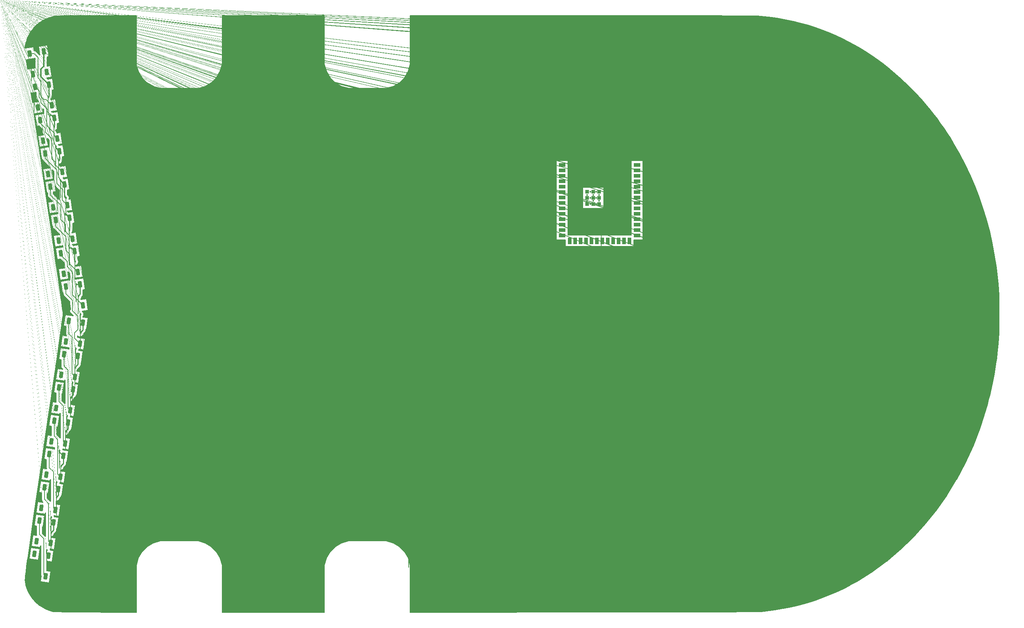
<source format=gbr>
%TF.GenerationSoftware,Flux,Pcbnew,7.0.11-7.0.11~ubuntu20.04.1*%
%TF.CreationDate,2024-08-17T04:37:03+00:00*%
%TF.ProjectId,input,696e7075-742e-46b6-9963-61645f706362,rev?*%
%TF.SameCoordinates,Original*%
%TF.FileFunction,Copper,L1,Top*%
%TF.FilePolarity,Positive*%
%FSLAX46Y46*%
G04 Gerber Fmt 4.6, Leading zero omitted, Abs format (unit mm)*
G04 Filename: pcbrobot*
G04 Build it with Flux! Visit our site at: https://www.flux.ai (PCBNEW 7.0.11-7.0.11~ubuntu20.04.1) date 2024-08-17 04:37:03*
%MOMM*%
%LPD*%
G01*
G04 APERTURE LIST*
G04 Aperture macros list*
%AMFreePoly0*
4,1,5,0.750000,-0.450000,-0.750000,-0.450000,-0.750000,0.450000,0.750000,0.450000,0.750000,-0.450000,0.750000,-0.450000,$1*%
%AMFreePoly1*
4,1,5,0.450000,-0.450000,-0.450000,-0.450000,-0.450000,0.450000,0.450000,0.450000,0.450000,-0.450000,0.450000,-0.450000,$1*%
%AMFreePoly2*
4,1,5,0.450000,-0.750000,-0.450000,-0.750000,-0.450000,0.750000,0.450000,0.750000,0.450000,-0.750000,0.450000,-0.750000,$1*%
%AMFreePoly3*
4,1,129,0.022069,0.299187,0.036723,0.297744,0.051289,0.295583,0.065730,0.292711,0.080014,0.289133,0.094105,0.284858,0.107969,0.279898,0.121572,0.274263,0.134883,0.267967,0.147869,0.261026,0.160499,0.253456,0.172742,0.245275,0.184569,0.236504,0.195952,0.227163,0.206862,0.217274,0.217274,0.206862,0.227163,0.195952,0.236504,0.184569,0.245275,0.172742,0.253456,0.160499,
0.261026,0.147869,0.267967,0.134883,0.274263,0.121572,0.279898,0.107969,0.284858,0.094105,0.289133,0.080014,0.292711,0.065730,0.295583,0.051289,0.297744,0.036723,0.299187,0.022069,0.299910,0.007362,0.299910,-0.007362,0.299187,-0.022069,0.297744,-0.036723,0.295583,-0.051289,0.292711,-0.065730,0.289133,-0.080014,0.284858,-0.094105,0.279898,-0.107969,0.274263,-0.121572,
0.267967,-0.134883,0.261026,-0.147869,0.253456,-0.160499,0.245275,-0.172742,0.236504,-0.184569,0.227163,-0.195952,0.217274,-0.206862,0.206862,-0.217274,0.195952,-0.227163,0.184569,-0.236504,0.172742,-0.245275,0.160499,-0.253456,0.147869,-0.261026,0.134883,-0.267967,0.121572,-0.274263,0.107969,-0.279898,0.094105,-0.284858,0.080014,-0.289133,0.065730,-0.292711,0.051289,-0.295583,
0.036723,-0.297744,0.022069,-0.299187,0.007362,-0.299910,-0.007362,-0.299910,-0.022069,-0.299187,-0.036723,-0.297744,-0.051289,-0.295583,-0.065730,-0.292711,-0.080014,-0.289133,-0.094105,-0.284858,-0.107969,-0.279898,-0.121572,-0.274263,-0.134883,-0.267967,-0.147869,-0.261026,-0.160499,-0.253456,-0.172742,-0.245275,-0.184569,-0.236504,-0.195952,-0.227163,-0.206862,-0.217274,-0.217274,-0.206862,
-0.227163,-0.195952,-0.236504,-0.184569,-0.245275,-0.172742,-0.253456,-0.160499,-0.261026,-0.147869,-0.267967,-0.134883,-0.274263,-0.121572,-0.279898,-0.107969,-0.284858,-0.094105,-0.289133,-0.080014,-0.292711,-0.065730,-0.295583,-0.051289,-0.297744,-0.036723,-0.299187,-0.022069,-0.299910,-0.007362,-0.299910,0.007362,-0.299187,0.022069,-0.297744,0.036723,-0.295583,0.051289,-0.292711,0.065730,
-0.289133,0.080014,-0.284858,0.094105,-0.279898,0.107969,-0.274263,0.121572,-0.267967,0.134883,-0.261026,0.147869,-0.253456,0.160499,-0.245275,0.172742,-0.236504,0.184569,-0.227163,0.195952,-0.217274,0.206862,-0.206862,0.217274,-0.195952,0.227163,-0.184569,0.236504,-0.172742,0.245275,-0.160499,0.253456,-0.147869,0.261026,-0.134883,0.267967,-0.121572,0.274263,-0.107969,0.279898,
-0.094105,0.284858,-0.080014,0.289133,-0.065730,0.292711,-0.051289,0.295583,-0.036723,0.297744,-0.022069,0.299187,-0.007362,0.299910,0.007362,0.299910,0.022069,0.299187,0.022069,0.299187,$1*%
G04 Aperture macros list end*
%TA.AperFunction,SMDPad,CuDef*%
%ADD10FreePoly0,82.000000*%
%TD*%
%TA.AperFunction,SMDPad,CuDef*%
%ADD11FreePoly0,262.000000*%
%TD*%
%TA.AperFunction,SMDPad,CuDef*%
%ADD12FreePoly0,98.000000*%
%TD*%
%TA.AperFunction,SMDPad,CuDef*%
%ADD13FreePoly0,278.000000*%
%TD*%
%TA.AperFunction,SMDPad,CuDef*%
%ADD14FreePoly0,0.000000*%
%TD*%
%TA.AperFunction,SMDPad,CuDef*%
%ADD15FreePoly1,0.000000*%
%TD*%
%TA.AperFunction,SMDPad,CuDef*%
%ADD16FreePoly2,0.000000*%
%TD*%
%TA.AperFunction,ComponentPad*%
%ADD17C,0.400000*%
%TD*%
%TA.AperFunction,ComponentPad*%
%ADD18FreePoly3,0.000000*%
%TD*%
%TA.AperFunction,Conductor*%
%ADD19C,0.150000*%
%TD*%
%TA.AperFunction,Conductor*%
%ADD20C,0.254000*%
%TD*%
%TA.AperFunction,Conductor*%
%ADD21C,0.300000*%
%TD*%
G04 APERTURE END LIST*
D10*
%TO.P,,02f29b59-b7d0-4f2d-8081-346b2bf5d063__3d0be818-8b1b-65e8-d990-531dafb121cc*%
%TO.N,N/C*%
X18463061Y-116069496D03*
%TO.P,,02f29b59-b7d0-4f2d-8081-346b2bf5d063__7f1fcad6-8221-ba24-2079-ad4e156af1b0*%
X15195178Y-115610216D03*
D11*
%TO.P,,02f29b59-b7d0-4f2d-8081-346b2bf5d063__87788fed-4fa0-3283-9b5d-40fa689ba8b9*%
X15877139Y-110757904D03*
%TO.P,,02f29b59-b7d0-4f2d-8081-346b2bf5d063__9a154017-badc-6d21-ba42-59fd1769c27f*%
X19145022Y-111217184D03*
D10*
%TO.P,,209e35d7-fe23-4f5c-b5f2-583e97278739__3d0be818-8b1b-65e8-d990-531dafb121cc*%
X21900661Y-92713596D03*
%TO.P,,209e35d7-fe23-4f5c-b5f2-583e97278739__7f1fcad6-8221-ba24-2079-ad4e156af1b0*%
X18632778Y-92254316D03*
D11*
%TO.P,,209e35d7-fe23-4f5c-b5f2-583e97278739__87788fed-4fa0-3283-9b5d-40fa689ba8b9*%
X19314739Y-87402004D03*
%TO.P,,209e35d7-fe23-4f5c-b5f2-583e97278739__9a154017-badc-6d21-ba42-59fd1769c27f*%
X22582622Y-87861284D03*
D12*
%TO.P,,4a7cc214-d7d9-42de-b646-1f1c01617540__3d0be818-8b1b-65e8-d990-531dafb121cc*%
X24874427Y-68148712D03*
%TO.P,,4a7cc214-d7d9-42de-b646-1f1c01617540__7f1fcad6-8221-ba24-2079-ad4e156af1b0*%
X21606544Y-68607998D03*
D13*
%TO.P,,4a7cc214-d7d9-42de-b646-1f1c01617540__87788fed-4fa0-3283-9b5d-40fa689ba8b9*%
X20924573Y-63755688D03*
%TO.P,,4a7cc214-d7d9-42de-b646-1f1c01617540__9a154017-badc-6d21-ba42-59fd1769c27f*%
X24192456Y-63296402D03*
D10*
%TO.P,,4c94fe4c-1d98-4e0b-964a-6bbea762ed0a__3d0be818-8b1b-65e8-d990-531dafb121cc*%
X23046561Y-84928396D03*
%TO.P,,4c94fe4c-1d98-4e0b-964a-6bbea762ed0a__7f1fcad6-8221-ba24-2079-ad4e156af1b0*%
X19778678Y-84469116D03*
D11*
%TO.P,,4c94fe4c-1d98-4e0b-964a-6bbea762ed0a__87788fed-4fa0-3283-9b5d-40fa689ba8b9*%
X20460639Y-79616804D03*
%TO.P,,4c94fe4c-1d98-4e0b-964a-6bbea762ed0a__9a154017-badc-6d21-ba42-59fd1769c27f*%
X23728522Y-80076084D03*
D12*
%TO.P,,519c2c22-1fcf-4e06-8a87-fc500d5c40b4__3d0be818-8b1b-65e8-d990-531dafb121cc*%
X22463027Y-52567112D03*
%TO.P,,519c2c22-1fcf-4e06-8a87-fc500d5c40b4__7f1fcad6-8221-ba24-2079-ad4e156af1b0*%
X19195144Y-53026398D03*
D13*
%TO.P,,519c2c22-1fcf-4e06-8a87-fc500d5c40b4__87788fed-4fa0-3283-9b5d-40fa689ba8b9*%
X18513173Y-48174088D03*
%TO.P,,519c2c22-1fcf-4e06-8a87-fc500d5c40b4__9a154017-badc-6d21-ba42-59fd1769c27f*%
X21781056Y-47714802D03*
D14*
%TO.P,,5f0ccba1-6e8a-41b0-b373-83e440fd0b24__038cb78d-7f13-44e4-8e9a-53693437642d*%
X154508600Y-36593200D03*
%TO.P,,5f0ccba1-6e8a-41b0-b373-83e440fd0b24__074883e9-8a1b-44e0-b46a-ca9c67916540*%
X154508600Y-40403200D03*
D15*
%TO.P,,5f0ccba1-6e8a-41b0-b373-83e440fd0b24__0a1d94a2-9a47-41fa-913a-718297cb936f*%
X145658600Y-41643200D03*
%TO.P,,5f0ccba1-6e8a-41b0-b373-83e440fd0b24__0eb7175f-22de-45c6-bfae-ba31aa1429b7*%
X145658600Y-44443200D03*
D16*
%TO.P,,5f0ccba1-6e8a-41b0-b373-83e440fd0b24__149b1002-9ffa-4318-9ba7-5207bbca47d8*%
X142583600Y-53083200D03*
D14*
%TO.P,,5f0ccba1-6e8a-41b0-b373-83e440fd0b24__15feaab6-c953-4c18-8f18-0eeba2babf8d*%
X154508600Y-37863200D03*
%TO.P,,5f0ccba1-6e8a-41b0-b373-83e440fd0b24__19b3b8ac-30e6-4f2c-b3e4-cec8665f28e7*%
X154508600Y-41673200D03*
%TO.P,,5f0ccba1-6e8a-41b0-b373-83e440fd0b24__1a1dc7dd-29d8-42d6-bf00-5b4859417f33*%
X154508600Y-49293200D03*
D16*
%TO.P,,5f0ccba1-6e8a-41b0-b373-83e440fd0b24__28c3e18f-85a8-4a4e-811e-de92b424a83b*%
X145123600Y-53083200D03*
D15*
%TO.P,,5f0ccba1-6e8a-41b0-b373-83e440fd0b24__2e2b374c-2dcd-4d96-bdc8-4a44c8bff2cb*%
X142858600Y-44443200D03*
D14*
%TO.P,,5f0ccba1-6e8a-41b0-b373-83e440fd0b24__364f9212-23cf-4965-adf2-c0874852d737*%
X137008600Y-42943200D03*
D16*
%TO.P,,5f0ccba1-6e8a-41b0-b373-83e440fd0b24__372b3587-4c65-4638-b6bd-0d615aaa9bcf*%
X141313600Y-53083200D03*
D14*
%TO.P,,5f0ccba1-6e8a-41b0-b373-83e440fd0b24__378f37c9-9415-404b-9497-740ee99041f1*%
X137008600Y-50563200D03*
%TO.P,,5f0ccba1-6e8a-41b0-b373-83e440fd0b24__389e2361-d216-424a-ad14-878b2c16ddf4*%
X154508600Y-50563200D03*
%TO.P,,5f0ccba1-6e8a-41b0-b373-83e440fd0b24__467385d9-c49a-4b0c-9521-ff0dd23c2353*%
X154508600Y-48023200D03*
%TO.P,,5f0ccba1-6e8a-41b0-b373-83e440fd0b24__48c404ab-321c-4d57-808f-5b71ff3facaa*%
X137008600Y-36593200D03*
%TO.P,,5f0ccba1-6e8a-41b0-b373-83e440fd0b24__4b351687-6185-426a-ae30-48d9cbd76add*%
X154508600Y-44213200D03*
D16*
%TO.P,,5f0ccba1-6e8a-41b0-b373-83e440fd0b24__4d4f93f3-8acb-4554-ac43-cd747cba396f*%
X151473600Y-53083200D03*
D14*
%TO.P,,5f0ccba1-6e8a-41b0-b373-83e440fd0b24__4e079aee-7172-4049-b943-7630e2bcc7bb*%
X154508600Y-39133200D03*
%TO.P,,5f0ccba1-6e8a-41b0-b373-83e440fd0b24__54bf5518-18c6-4e11-8164-12302f1229fc*%
X137008600Y-46753200D03*
%TO.P,,5f0ccba1-6e8a-41b0-b373-83e440fd0b24__57377a0b-5d9b-4471-ad37-440a84dc5c1c*%
X154508600Y-51833200D03*
%TO.P,,5f0ccba1-6e8a-41b0-b373-83e440fd0b24__598dd6e4-bd38-4f37-a754-6b03fa56aff0*%
X137008600Y-51833200D03*
D16*
%TO.P,,5f0ccba1-6e8a-41b0-b373-83e440fd0b24__5b5fe32f-7fbe-4265-8d60-dc4b99d1a4c5*%
X140043600Y-53083200D03*
%TO.P,,5f0ccba1-6e8a-41b0-b373-83e440fd0b24__5e286a02-b1c0-4b2e-894b-9e9484d7c671*%
X150203600Y-53083200D03*
D15*
%TO.P,,5f0ccba1-6e8a-41b0-b373-83e440fd0b24__867a37e5-175c-4e72-b1bc-70e2c8b4a089*%
X142858600Y-43043200D03*
D14*
%TO.P,,5f0ccba1-6e8a-41b0-b373-83e440fd0b24__8d1d5373-94ab-4aec-a6e3-7ae1b222c6b0*%
X137008600Y-39133200D03*
D16*
%TO.P,,5f0ccba1-6e8a-41b0-b373-83e440fd0b24__9483d5e5-e44a-49e7-a9f2-cfc808672c84*%
X143853600Y-53083200D03*
D14*
%TO.P,,5f0ccba1-6e8a-41b0-b373-83e440fd0b24__95038b53-efb1-401a-b7b0-5a15d90bdd5a*%
X137008600Y-37863200D03*
D16*
%TO.P,,5f0ccba1-6e8a-41b0-b373-83e440fd0b24__9808895e-53c5-4bb1-89b5-2f682c8c59c8*%
X152743600Y-53083200D03*
D14*
%TO.P,,5f0ccba1-6e8a-41b0-b373-83e440fd0b24__9dbd24d4-d20d-45c3-a21d-a6a6f23e3004*%
X137008600Y-44213200D03*
%TO.P,,5f0ccba1-6e8a-41b0-b373-83e440fd0b24__a5461eb3-ba20-4ff8-986f-77093064c7fd*%
X137008600Y-45483200D03*
%TO.P,,5f0ccba1-6e8a-41b0-b373-83e440fd0b24__b328097a-6308-4fb0-8865-8b354d07d1e1*%
X154508600Y-42943200D03*
D15*
%TO.P,,5f0ccba1-6e8a-41b0-b373-83e440fd0b24__b3d47a51-17b0-40f1-94d7-91665f8a5b74*%
X145658600Y-43043200D03*
D14*
%TO.P,,5f0ccba1-6e8a-41b0-b373-83e440fd0b24__bfd8b816-9a44-4830-ba7a-92ffaa0cd6c4*%
X137008600Y-48023200D03*
%TO.P,,5f0ccba1-6e8a-41b0-b373-83e440fd0b24__c0aeacaa-8ce1-4b42-866c-b142a90d5e1b*%
X154508600Y-45483200D03*
%TO.P,,5f0ccba1-6e8a-41b0-b373-83e440fd0b24__c2966f8a-bd4c-4e9e-9bd3-e290757d07ca*%
X137008600Y-49293200D03*
%TO.P,,5f0ccba1-6e8a-41b0-b373-83e440fd0b24__c3afd9a5-1ab7-4def-a4ee-3e28405bceff*%
X137008600Y-41673200D03*
D16*
%TO.P,,5f0ccba1-6e8a-41b0-b373-83e440fd0b24__c62376b8-e5dc-4ab0-8908-f15f3f11b117*%
X146393600Y-53083200D03*
D15*
%TO.P,,5f0ccba1-6e8a-41b0-b373-83e440fd0b24__cfdba786-50db-4356-96cf-ac6ee75314e0*%
X144258600Y-44443200D03*
D14*
%TO.P,,5f0ccba1-6e8a-41b0-b373-83e440fd0b24__ee163daa-5110-4e00-ad80-3db228fbfcac*%
X154508600Y-35323200D03*
D15*
%TO.P,,5f0ccba1-6e8a-41b0-b373-83e440fd0b24__ee302306-e8f5-4173-904b-e082f63f0331*%
X144258600Y-43043200D03*
D16*
%TO.P,,5f0ccba1-6e8a-41b0-b373-83e440fd0b24__f2452f17-455e-40a4-8de7-c5d61dafdc3f*%
X147663600Y-53083200D03*
D14*
%TO.P,,5f0ccba1-6e8a-41b0-b373-83e440fd0b24__f338ba31-623d-455e-8973-1e6afaa89b04*%
X137008600Y-40403200D03*
%TO.P,,5f0ccba1-6e8a-41b0-b373-83e440fd0b24__f4caacbd-9c2b-4dae-912c-0c8f53f0194d*%
X137008600Y-35323200D03*
D16*
%TO.P,,5f0ccba1-6e8a-41b0-b373-83e440fd0b24__f4e0e1de-4650-498a-92e2-2bd6617ff5d9*%
X148933600Y-53083200D03*
D15*
%TO.P,,5f0ccba1-6e8a-41b0-b373-83e440fd0b24__fad17131-84aa-453f-ae74-725cc6191e8b*%
X144258600Y-41643200D03*
D16*
%TO.P,,5f0ccba1-6e8a-41b0-b373-83e440fd0b24__fae28ec3-3b8c-4290-866b-75b4c93d0946*%
X138773600Y-53083200D03*
D15*
%TO.P,,5f0ccba1-6e8a-41b0-b373-83e440fd0b24__fb3ef5ee-6d96-40cb-bf5b-23e493685d10*%
X142858600Y-41643200D03*
D14*
%TO.P,,5f0ccba1-6e8a-41b0-b373-83e440fd0b24__fe26ffc2-a141-46a4-b02c-250e6d92bf8c*%
X154508600Y-46753200D03*
D17*
%TO.P,,5f0ccba1-6e8a-41b0-b373-83e440fd0b24__ee3a696f-ef70-402c-ab0c-7137ed4eee28.defaultFootprint.mounts.183bc2e5b0fd3164e75ded3f1243107f*%
X144958600Y-44443200D03*
%TO.P,,5f0ccba1-6e8a-41b0-b373-83e440fd0b24__ee3a696f-ef70-402c-ab0c-7137ed4eee28.defaultFootprint.mounts.9dc978c55082aad2fafacdbd9f5f57bc*%
X143558600Y-44443200D03*
%TO.P,,5f0ccba1-6e8a-41b0-b373-83e440fd0b24__ee3a696f-ef70-402c-ab0c-7137ed4eee28.defaultFootprint.mounts.a0d68b55a491274f814daab068f0c950*%
X144958600Y-43043200D03*
%TO.P,,5f0ccba1-6e8a-41b0-b373-83e440fd0b24__ee3a696f-ef70-402c-ab0c-7137ed4eee28.defaultFootprint.mounts.afcd757d940930679b843bc1e4386240*%
X143558600Y-43043200D03*
%TO.P,,5f0ccba1-6e8a-41b0-b373-83e440fd0b24__ee3a696f-ef70-402c-ab0c-7137ed4eee28.defaultFootprint.mounts.4504ff15bdcf4818a54146cc7a8e9a0d*%
X144958600Y-41643200D03*
%TO.P,,5f0ccba1-6e8a-41b0-b373-83e440fd0b24__ee3a696f-ef70-402c-ab0c-7137ed4eee28.defaultFootprint.mounts.19f3852e009ba6bfae8a2fce513ef1dd*%
X143558600Y-41643200D03*
%TO.P,,5f0ccba1-6e8a-41b0-b373-83e440fd0b24__ee3a696f-ef70-402c-ab0c-7137ed4eee28.defaultFootprint.mounts.6d4d26d8edc27532900a7c937b5e863d*%
X145658600Y-43743200D03*
%TO.P,,5f0ccba1-6e8a-41b0-b373-83e440fd0b24__ee3a696f-ef70-402c-ab0c-7137ed4eee28.defaultFootprint.mounts.f2ecf32f083cf9b5783a264d7a48b752*%
X144258600Y-43743200D03*
%TO.P,,5f0ccba1-6e8a-41b0-b373-83e440fd0b24__ee3a696f-ef70-402c-ab0c-7137ed4eee28.defaultFootprint.mounts.cf10f8cc0c36fe03b55323802961a88d*%
X142858600Y-43743200D03*
%TO.P,,5f0ccba1-6e8a-41b0-b373-83e440fd0b24__ee3a696f-ef70-402c-ab0c-7137ed4eee28.defaultFootprint.mounts.52e844226e796b1c42a9f7f1323ab2f7*%
X145658600Y-42343200D03*
%TO.P,,5f0ccba1-6e8a-41b0-b373-83e440fd0b24__ee3a696f-ef70-402c-ab0c-7137ed4eee28.defaultFootprint.mounts.a17b4eabb5e4ad17dbcba1ef557d9230*%
X142858600Y-42343200D03*
%TO.P,,5f0ccba1-6e8a-41b0-b373-83e440fd0b24__ee3a696f-ef70-402c-ab0c-7137ed4eee28.defaultFootprint.mounts.fab9ee6953aa1da2d8a8f965443f1f1b*%
X144258600Y-42343200D03*
D10*
%TO.P,,5f28149c-f074-477d-9404-f5670a7c0b74__3d0be818-8b1b-65e8-d990-531dafb121cc*%
X16171261Y-131639996D03*
%TO.P,,5f28149c-f074-477d-9404-f5670a7c0b74__7f1fcad6-8221-ba24-2079-ad4e156af1b0*%
X12903378Y-131180716D03*
D11*
%TO.P,,5f28149c-f074-477d-9404-f5670a7c0b74__87788fed-4fa0-3283-9b5d-40fa689ba8b9*%
X13585339Y-126328404D03*
%TO.P,,5f28149c-f074-477d-9404-f5670a7c0b74__9a154017-badc-6d21-ba42-59fd1769c27f*%
X16853222Y-126787684D03*
D12*
%TO.P,,630e758e-9484-4cf2-98c5-7bf1c5da5934__3d0be818-8b1b-65e8-d990-531dafb121cc*%
X20051727Y-36985512D03*
%TO.P,,630e758e-9484-4cf2-98c5-7bf1c5da5934__7f1fcad6-8221-ba24-2079-ad4e156af1b0*%
X16783844Y-37444798D03*
D13*
%TO.P,,630e758e-9484-4cf2-98c5-7bf1c5da5934__87788fed-4fa0-3283-9b5d-40fa689ba8b9*%
X16101873Y-32592488D03*
%TO.P,,630e758e-9484-4cf2-98c5-7bf1c5da5934__9a154017-badc-6d21-ba42-59fd1769c27f*%
X19369756Y-32133202D03*
D12*
%TO.P,,6a7aec3d-538d-4dd3-8644-9d1679857ed6__3d0be818-8b1b-65e8-d990-531dafb121cc*%
X23668727Y-60357912D03*
%TO.P,,6a7aec3d-538d-4dd3-8644-9d1679857ed6__7f1fcad6-8221-ba24-2079-ad4e156af1b0*%
X20400844Y-60817198D03*
D13*
%TO.P,,6a7aec3d-538d-4dd3-8644-9d1679857ed6__87788fed-4fa0-3283-9b5d-40fa689ba8b9*%
X19718873Y-55964888D03*
%TO.P,,6a7aec3d-538d-4dd3-8644-9d1679857ed6__9a154017-badc-6d21-ba42-59fd1769c27f*%
X22986756Y-55505602D03*
D10*
%TO.P,,85f1fe81-7f9b-4177-8b73-84f0809a58f0__3d0be818-8b1b-65e8-d990-531dafb121cc*%
X20754761Y-100498896D03*
%TO.P,,85f1fe81-7f9b-4177-8b73-84f0809a58f0__7f1fcad6-8221-ba24-2079-ad4e156af1b0*%
X17486878Y-100039616D03*
D11*
%TO.P,,85f1fe81-7f9b-4177-8b73-84f0809a58f0__87788fed-4fa0-3283-9b5d-40fa689ba8b9*%
X18168839Y-95187304D03*
%TO.P,,85f1fe81-7f9b-4177-8b73-84f0809a58f0__9a154017-badc-6d21-ba42-59fd1769c27f*%
X21436722Y-95646584D03*
D12*
%TO.P,,8790587a-6017-41f8-8c50-0576f3456f2e__3d0be818-8b1b-65e8-d990-531dafb121cc*%
X16434627Y-13613112D03*
%TO.P,,8790587a-6017-41f8-8c50-0576f3456f2e__7f1fcad6-8221-ba24-2079-ad4e156af1b0*%
X13166744Y-14072398D03*
D13*
%TO.P,,8790587a-6017-41f8-8c50-0576f3456f2e__87788fed-4fa0-3283-9b5d-40fa689ba8b9*%
X12484773Y-9220088D03*
%TO.P,,8790587a-6017-41f8-8c50-0576f3456f2e__9a154017-badc-6d21-ba42-59fd1769c27f*%
X15752656Y-8760802D03*
D12*
%TO.P,,abc8b345-cc0e-4bff-aacb-3cfd18173731__3d0be818-8b1b-65e8-d990-531dafb121cc*%
X17640327Y-21403912D03*
%TO.P,,abc8b345-cc0e-4bff-aacb-3cfd18173731__7f1fcad6-8221-ba24-2079-ad4e156af1b0*%
X14372444Y-21863198D03*
D13*
%TO.P,,abc8b345-cc0e-4bff-aacb-3cfd18173731__87788fed-4fa0-3283-9b5d-40fa689ba8b9*%
X13690473Y-17010888D03*
%TO.P,,abc8b345-cc0e-4bff-aacb-3cfd18173731__9a154017-badc-6d21-ba42-59fd1769c27f*%
X16958356Y-16551602D03*
D10*
%TO.P,,c24c4907-07c4-4495-a29a-ead6c99234cc__3d0be818-8b1b-65e8-d990-531dafb121cc*%
X19608961Y-108284196D03*
%TO.P,,c24c4907-07c4-4495-a29a-ead6c99234cc__7f1fcad6-8221-ba24-2079-ad4e156af1b0*%
X16341078Y-107824916D03*
D11*
%TO.P,,c24c4907-07c4-4495-a29a-ead6c99234cc__87788fed-4fa0-3283-9b5d-40fa689ba8b9*%
X17023039Y-102972604D03*
%TO.P,,c24c4907-07c4-4495-a29a-ead6c99234cc__9a154017-badc-6d21-ba42-59fd1769c27f*%
X20290922Y-103431884D03*
D10*
%TO.P,,ce59af0e-0bad-4797-87e7-2386268e97f0__3d0be818-8b1b-65e8-d990-531dafb121cc*%
X24192461Y-77143096D03*
%TO.P,,ce59af0e-0bad-4797-87e7-2386268e97f0__7f1fcad6-8221-ba24-2079-ad4e156af1b0*%
X20924578Y-76683816D03*
D11*
%TO.P,,ce59af0e-0bad-4797-87e7-2386268e97f0__87788fed-4fa0-3283-9b5d-40fa689ba8b9*%
X21606539Y-71831504D03*
%TO.P,,ce59af0e-0bad-4797-87e7-2386268e97f0__9a154017-badc-6d21-ba42-59fd1769c27f*%
X24874422Y-72290784D03*
D10*
%TO.P,,eb0f66ea-897e-4b60-95e4-cb58abe686dc__3d0be818-8b1b-65e8-d990-531dafb121cc*%
X17317161Y-123854696D03*
%TO.P,,eb0f66ea-897e-4b60-95e4-cb58abe686dc__7f1fcad6-8221-ba24-2079-ad4e156af1b0*%
X14049278Y-123395416D03*
D11*
%TO.P,,eb0f66ea-897e-4b60-95e4-cb58abe686dc__87788fed-4fa0-3283-9b5d-40fa689ba8b9*%
X14731239Y-118543104D03*
%TO.P,,eb0f66ea-897e-4b60-95e4-cb58abe686dc__9a154017-badc-6d21-ba42-59fd1769c27f*%
X17999122Y-119002384D03*
D12*
%TO.P,,f5e3e499-f7b4-4153-86fa-48ed4f235547__3d0be818-8b1b-65e8-d990-531dafb121cc*%
X21257327Y-44776312D03*
%TO.P,,f5e3e499-f7b4-4153-86fa-48ed4f235547__7f1fcad6-8221-ba24-2079-ad4e156af1b0*%
X17989444Y-45235598D03*
D13*
%TO.P,,f5e3e499-f7b4-4153-86fa-48ed4f235547__87788fed-4fa0-3283-9b5d-40fa689ba8b9*%
X17307473Y-40383288D03*
%TO.P,,f5e3e499-f7b4-4153-86fa-48ed4f235547__9a154017-badc-6d21-ba42-59fd1769c27f*%
X20575356Y-39924002D03*
D12*
%TO.P,,ff6d2d0e-0e28-407f-a072-3179f5e9d6cb__3d0be818-8b1b-65e8-d990-531dafb121cc*%
X18846027Y-29194712D03*
%TO.P,,ff6d2d0e-0e28-407f-a072-3179f5e9d6cb__7f1fcad6-8221-ba24-2079-ad4e156af1b0*%
X15578144Y-29653998D03*
D13*
%TO.P,,ff6d2d0e-0e28-407f-a072-3179f5e9d6cb__87788fed-4fa0-3283-9b5d-40fa689ba8b9*%
X14896173Y-24801688D03*
%TO.P,,ff6d2d0e-0e28-407f-a072-3179f5e9d6cb__9a154017-badc-6d21-ba42-59fd1769c27f*%
X18164056Y-24342402D03*
D18*
%TO.P,,09d41dc0-b1be-431f-86ca-87c4d5b4795b.via9.12*%
%TO.N,GND*%
X191032200Y-5384000D03*
%TO.P,,09d41dc0-b1be-431f-86ca-87c4d5b4795b.via9.11*%
X176032200Y-5384000D03*
%TO.P,,09d41dc0-b1be-431f-86ca-87c4d5b4795b.via9.10*%
X161032200Y-5384000D03*
%TO.P,,09d41dc0-b1be-431f-86ca-87c4d5b4795b.via9.9*%
X146032200Y-5384000D03*
%TO.P,,09d41dc0-b1be-431f-86ca-87c4d5b4795b.via9.8*%
X131032200Y-5384000D03*
%TO.P,,09d41dc0-b1be-431f-86ca-87c4d5b4795b.via9.7*%
X116032200Y-5384000D03*
%TO.P,,09d41dc0-b1be-431f-86ca-87c4d5b4795b.via9.4*%
X71032200Y-5384000D03*
%TO.P,,09d41dc0-b1be-431f-86ca-87c4d5b4795b.via9.1*%
X26032200Y-5384000D03*
%TO.P,,09d41dc0-b1be-431f-86ca-87c4d5b4795b.via8.13*%
X206032200Y-20384000D03*
%TO.P,,09d41dc0-b1be-431f-86ca-87c4d5b4795b.via8.12*%
X191032200Y-20384000D03*
%TO.P,,09d41dc0-b1be-431f-86ca-87c4d5b4795b.via8.11*%
X176032200Y-20384000D03*
%TO.P,,09d41dc0-b1be-431f-86ca-87c4d5b4795b.via8.10*%
X161032200Y-20384000D03*
%TO.P,,09d41dc0-b1be-431f-86ca-87c4d5b4795b.via8.9*%
X146032200Y-20384000D03*
%TO.P,,09d41dc0-b1be-431f-86ca-87c4d5b4795b.via8.8*%
X131032200Y-20384000D03*
%TO.P,,09d41dc0-b1be-431f-86ca-87c4d5b4795b.via8.7*%
X116032200Y-20384000D03*
%TO.P,,09d41dc0-b1be-431f-86ca-87c4d5b4795b.via8.6*%
X101032200Y-20384000D03*
%TO.P,,09d41dc0-b1be-431f-86ca-87c4d5b4795b.via8.5*%
X86032200Y-20384000D03*
%TO.P,,09d41dc0-b1be-431f-86ca-87c4d5b4795b.via8.4*%
X71032200Y-20384000D03*
%TO.P,,09d41dc0-b1be-431f-86ca-87c4d5b4795b.via8.3*%
X56032200Y-20384000D03*
%TO.P,,09d41dc0-b1be-431f-86ca-87c4d5b4795b.via8.2*%
X41032200Y-20384000D03*
%TO.P,,09d41dc0-b1be-431f-86ca-87c4d5b4795b.via8.1*%
X26032200Y-20384000D03*
%TO.P,,09d41dc0-b1be-431f-86ca-87c4d5b4795b.via7.14*%
X221032200Y-35384000D03*
%TO.P,,09d41dc0-b1be-431f-86ca-87c4d5b4795b.via7.13*%
X206032200Y-35384000D03*
%TO.P,,09d41dc0-b1be-431f-86ca-87c4d5b4795b.via7.12*%
X191032200Y-35384000D03*
%TO.P,,09d41dc0-b1be-431f-86ca-87c4d5b4795b.via7.11*%
X176032200Y-35384000D03*
%TO.P,,09d41dc0-b1be-431f-86ca-87c4d5b4795b.via7.10*%
X161032200Y-35384000D03*
%TO.P,,09d41dc0-b1be-431f-86ca-87c4d5b4795b.via7.9*%
X146032200Y-35384000D03*
%TO.P,,09d41dc0-b1be-431f-86ca-87c4d5b4795b.via7.8*%
X131032200Y-35384000D03*
%TO.P,,09d41dc0-b1be-431f-86ca-87c4d5b4795b.via7.7*%
X116032200Y-35384000D03*
%TO.P,,09d41dc0-b1be-431f-86ca-87c4d5b4795b.via7.6*%
X101032200Y-35384000D03*
%TO.P,,09d41dc0-b1be-431f-86ca-87c4d5b4795b.via7.5*%
X86032200Y-35384000D03*
%TO.P,,09d41dc0-b1be-431f-86ca-87c4d5b4795b.via7.4*%
X71032200Y-35384000D03*
%TO.P,,09d41dc0-b1be-431f-86ca-87c4d5b4795b.via7.3*%
X56032200Y-35384000D03*
%TO.P,,09d41dc0-b1be-431f-86ca-87c4d5b4795b.via7.2*%
X41032200Y-35384000D03*
%TO.P,,09d41dc0-b1be-431f-86ca-87c4d5b4795b.via7.1*%
X26032200Y-35384000D03*
%TO.P,,09d41dc0-b1be-431f-86ca-87c4d5b4795b.via6.15*%
X236032200Y-50384000D03*
%TO.P,,09d41dc0-b1be-431f-86ca-87c4d5b4795b.via6.14*%
X221032200Y-50384000D03*
%TO.P,,09d41dc0-b1be-431f-86ca-87c4d5b4795b.via6.13*%
X206032200Y-50384000D03*
%TO.P,,09d41dc0-b1be-431f-86ca-87c4d5b4795b.via6.12*%
X191032200Y-50384000D03*
%TO.P,,09d41dc0-b1be-431f-86ca-87c4d5b4795b.via6.11*%
X176032200Y-50384000D03*
%TO.P,,09d41dc0-b1be-431f-86ca-87c4d5b4795b.via6.10*%
X161032200Y-50384000D03*
%TO.P,,09d41dc0-b1be-431f-86ca-87c4d5b4795b.via6.9*%
X146032200Y-50384000D03*
%TO.P,,09d41dc0-b1be-431f-86ca-87c4d5b4795b.via6.8*%
X131032200Y-50384000D03*
%TO.P,,09d41dc0-b1be-431f-86ca-87c4d5b4795b.via6.7*%
X116032200Y-50384000D03*
%TO.P,,09d41dc0-b1be-431f-86ca-87c4d5b4795b.via6.6*%
X101032200Y-50384000D03*
%TO.P,,09d41dc0-b1be-431f-86ca-87c4d5b4795b.via6.5*%
X86032200Y-50384000D03*
%TO.P,,09d41dc0-b1be-431f-86ca-87c4d5b4795b.via6.4*%
X71032200Y-50384000D03*
%TO.P,,09d41dc0-b1be-431f-86ca-87c4d5b4795b.via6.3*%
X56032200Y-50384000D03*
%TO.P,,09d41dc0-b1be-431f-86ca-87c4d5b4795b.via6.2*%
X41032200Y-50384000D03*
%TO.P,,09d41dc0-b1be-431f-86ca-87c4d5b4795b.via6.1*%
X26032200Y-50384000D03*
%TO.P,,09d41dc0-b1be-431f-86ca-87c4d5b4795b.via5.15*%
X236032200Y-65384000D03*
%TO.P,,09d41dc0-b1be-431f-86ca-87c4d5b4795b.via5.14*%
X221032200Y-65384000D03*
%TO.P,,09d41dc0-b1be-431f-86ca-87c4d5b4795b.via5.13*%
X206032200Y-65384000D03*
%TO.P,,09d41dc0-b1be-431f-86ca-87c4d5b4795b.via5.12*%
X191032200Y-65384000D03*
%TO.P,,09d41dc0-b1be-431f-86ca-87c4d5b4795b.via5.11*%
X176032200Y-65384000D03*
%TO.P,,09d41dc0-b1be-431f-86ca-87c4d5b4795b.via5.10*%
X161032200Y-65384000D03*
%TO.P,,09d41dc0-b1be-431f-86ca-87c4d5b4795b.via5.9*%
X146032200Y-65384000D03*
%TO.P,,09d41dc0-b1be-431f-86ca-87c4d5b4795b.via5.8*%
X131032200Y-65384000D03*
%TO.P,,09d41dc0-b1be-431f-86ca-87c4d5b4795b.via5.7*%
X116032200Y-65384000D03*
%TO.P,,09d41dc0-b1be-431f-86ca-87c4d5b4795b.via5.6*%
X101032200Y-65384000D03*
%TO.P,,09d41dc0-b1be-431f-86ca-87c4d5b4795b.via5.5*%
X86032200Y-65384000D03*
%TO.P,,09d41dc0-b1be-431f-86ca-87c4d5b4795b.via5.4*%
X71032200Y-65384000D03*
%TO.P,,09d41dc0-b1be-431f-86ca-87c4d5b4795b.via5.3*%
X56032200Y-65384000D03*
%TO.P,,09d41dc0-b1be-431f-86ca-87c4d5b4795b.via5.2*%
X41032200Y-65384000D03*
%TO.P,,09d41dc0-b1be-431f-86ca-87c4d5b4795b.via5.1*%
X26032200Y-65384000D03*
%TO.P,,09d41dc0-b1be-431f-86ca-87c4d5b4795b.via4.15*%
X236032200Y-80384000D03*
%TO.P,,09d41dc0-b1be-431f-86ca-87c4d5b4795b.via4.14*%
X221032200Y-80384000D03*
%TO.P,,09d41dc0-b1be-431f-86ca-87c4d5b4795b.via4.13*%
X206032200Y-80384000D03*
%TO.P,,09d41dc0-b1be-431f-86ca-87c4d5b4795b.via4.12*%
X191032200Y-80384000D03*
%TO.P,,09d41dc0-b1be-431f-86ca-87c4d5b4795b.via4.11*%
X176032200Y-80384000D03*
%TO.P,,09d41dc0-b1be-431f-86ca-87c4d5b4795b.via4.10*%
X161032200Y-80384000D03*
%TO.P,,09d41dc0-b1be-431f-86ca-87c4d5b4795b.via4.9*%
X146032200Y-80384000D03*
%TO.P,,09d41dc0-b1be-431f-86ca-87c4d5b4795b.via4.8*%
X131032200Y-80384000D03*
%TO.P,,09d41dc0-b1be-431f-86ca-87c4d5b4795b.via4.7*%
X116032200Y-80384000D03*
%TO.P,,09d41dc0-b1be-431f-86ca-87c4d5b4795b.via4.6*%
X101032200Y-80384000D03*
%TO.P,,09d41dc0-b1be-431f-86ca-87c4d5b4795b.via4.5*%
X86032200Y-80384000D03*
%TO.P,,09d41dc0-b1be-431f-86ca-87c4d5b4795b.via4.4*%
X71032200Y-80384000D03*
%TO.P,,09d41dc0-b1be-431f-86ca-87c4d5b4795b.via4.3*%
X56032200Y-80384000D03*
%TO.P,,09d41dc0-b1be-431f-86ca-87c4d5b4795b.via4.2*%
X41032200Y-80384000D03*
%TO.P,,09d41dc0-b1be-431f-86ca-87c4d5b4795b.via4.1*%
X26032200Y-80384000D03*
%TO.P,,09d41dc0-b1be-431f-86ca-87c4d5b4795b.via3.14*%
X221032200Y-95384000D03*
%TO.P,,09d41dc0-b1be-431f-86ca-87c4d5b4795b.via3.13*%
X206032200Y-95384000D03*
%TO.P,,09d41dc0-b1be-431f-86ca-87c4d5b4795b.via3.12*%
X191032200Y-95384000D03*
%TO.P,,09d41dc0-b1be-431f-86ca-87c4d5b4795b.via3.11*%
X176032200Y-95384000D03*
%TO.P,,09d41dc0-b1be-431f-86ca-87c4d5b4795b.via3.10*%
X161032200Y-95384000D03*
%TO.P,,09d41dc0-b1be-431f-86ca-87c4d5b4795b.via3.9*%
X146032200Y-95384000D03*
%TO.P,,09d41dc0-b1be-431f-86ca-87c4d5b4795b.via3.8*%
X131032200Y-95384000D03*
%TO.P,,09d41dc0-b1be-431f-86ca-87c4d5b4795b.via3.7*%
X116032200Y-95384000D03*
%TO.P,,09d41dc0-b1be-431f-86ca-87c4d5b4795b.via3.6*%
X101032200Y-95384000D03*
%TO.P,,09d41dc0-b1be-431f-86ca-87c4d5b4795b.via3.5*%
X86032200Y-95384000D03*
%TO.P,,09d41dc0-b1be-431f-86ca-87c4d5b4795b.via3.4*%
X71032200Y-95384000D03*
%TO.P,,09d41dc0-b1be-431f-86ca-87c4d5b4795b.via3.3*%
X56032200Y-95384000D03*
%TO.P,,09d41dc0-b1be-431f-86ca-87c4d5b4795b.via3.2*%
X41032200Y-95384000D03*
%TO.P,,09d41dc0-b1be-431f-86ca-87c4d5b4795b.via3.1*%
X26032200Y-95384000D03*
%TO.P,,09d41dc0-b1be-431f-86ca-87c4d5b4795b.via2.14*%
X221032200Y-110384000D03*
%TO.P,,09d41dc0-b1be-431f-86ca-87c4d5b4795b.via2.13*%
X206032200Y-110384000D03*
%TO.P,,09d41dc0-b1be-431f-86ca-87c4d5b4795b.via2.12*%
X191032200Y-110384000D03*
%TO.P,,09d41dc0-b1be-431f-86ca-87c4d5b4795b.via2.11*%
X176032200Y-110384000D03*
%TO.P,,09d41dc0-b1be-431f-86ca-87c4d5b4795b.via2.10*%
X161032200Y-110384000D03*
%TO.P,,09d41dc0-b1be-431f-86ca-87c4d5b4795b.via2.9*%
X146032200Y-110384000D03*
%TO.P,,09d41dc0-b1be-431f-86ca-87c4d5b4795b.via2.8*%
X131032200Y-110384000D03*
%TO.P,,09d41dc0-b1be-431f-86ca-87c4d5b4795b.via2.7*%
X116032200Y-110384000D03*
%TO.P,,09d41dc0-b1be-431f-86ca-87c4d5b4795b.via2.6*%
X101032200Y-110384000D03*
%TO.P,,09d41dc0-b1be-431f-86ca-87c4d5b4795b.via2.5*%
X86032200Y-110384000D03*
%TO.P,,09d41dc0-b1be-431f-86ca-87c4d5b4795b.via2.4*%
X71032200Y-110384000D03*
%TO.P,,09d41dc0-b1be-431f-86ca-87c4d5b4795b.via2.3*%
X56032200Y-110384000D03*
%TO.P,,09d41dc0-b1be-431f-86ca-87c4d5b4795b.via2.2*%
X41032200Y-110384000D03*
%TO.P,,09d41dc0-b1be-431f-86ca-87c4d5b4795b.via2.1*%
X26032200Y-110384000D03*
%TO.P,,09d41dc0-b1be-431f-86ca-87c4d5b4795b.via1.13*%
X206032200Y-125384000D03*
%TO.P,,09d41dc0-b1be-431f-86ca-87c4d5b4795b.via1.12*%
X191032200Y-125384000D03*
%TO.P,,09d41dc0-b1be-431f-86ca-87c4d5b4795b.via1.11*%
X176032200Y-125384000D03*
%TO.P,,09d41dc0-b1be-431f-86ca-87c4d5b4795b.via1.10*%
X161032200Y-125384000D03*
%TO.P,,09d41dc0-b1be-431f-86ca-87c4d5b4795b.via1.9*%
X146032200Y-125384000D03*
%TO.P,,09d41dc0-b1be-431f-86ca-87c4d5b4795b.via1.8*%
X131032200Y-125384000D03*
%TO.P,,09d41dc0-b1be-431f-86ca-87c4d5b4795b.via1.7*%
X116032200Y-125384000D03*
%TO.P,,09d41dc0-b1be-431f-86ca-87c4d5b4795b.via1.6*%
X101032200Y-125384000D03*
%TO.P,,09d41dc0-b1be-431f-86ca-87c4d5b4795b.via1.4*%
X71032200Y-125384000D03*
%TO.P,,09d41dc0-b1be-431f-86ca-87c4d5b4795b.via1.1*%
X26032200Y-125384000D03*
%TO.P,,09d41dc0-b1be-431f-86ca-87c4d5b4795b.via.island.2*%
X12743200Y-11510300D03*
%TO.P,,09d41dc0-b1be-431f-86ca-87c4d5b4795b.via.island.1*%
X13402400Y-18978200D03*
%TO.P,,09d41dc0-b1be-431f-86ca-87c4d5b4795b.via.island.0*%
X18790500Y-42066000D03*
%TO.P,,0353831f-53bd-483d-9fc7-5e2adcd1d2e7*%
%TO.N,Net 1*%
X22313500Y-86327300D03*
%TO.P,,09855cc5-b385-4532-b6d1-b2a0eebd562b*%
X22986800Y-57958200D03*
%TO.P,,18b6fb24-8d2c-4eaa-9897-9315de20b38b*%
X17133400Y-23667100D03*
%TO.P,,19e34c1c-2cdb-46f5-9ca3-934897c9ae15*%
X21572600Y-50650600D03*
%TO.P,,30f5a4e6-5462-4ce2-a9da-8c73c2b237d1*%
X21572600Y-54719400D03*
%TO.P,,31cdcfbf-9c69-4631-aed7-53b2b292018c*%
X18014600Y-26474000D03*
%TO.P,,361278ad-d36e-487f-a57a-e9af41438982*%
X17317200Y-121463800D03*
%TO.P,,39c2df4b-0fcb-4e96-a11a-27c3a5c78b1b*%
X18646100Y-113105900D03*
%TO.P,,47ae4275-7334-4780-a281-e789cd678624*%
X19314700Y-102193000D03*
%TO.P,,6bc14e84-bfff-4297-b599-6b3e203c13c1*%
X16643800Y-19541900D03*
%TO.P,,74bd0c1b-05bd-43cc-8832-30f2b356582a*%
X19140600Y-34241800D03*
%TO.P,,774db1a2-e602-4e12-b48a-2d033318c3c9*%
X22920200Y-82812900D03*
%TO.P,,77e49d28-a2e1-48cc-9f0d-9ffdc2c011f6*%
X23085200Y-78373800D03*
%TO.P,,7f1b3490-72a3-41d2-8813-df2085377df0*%
X24192500Y-74631800D03*
%TO.P,,8a670d45-9b19-49bc-ae39-9c5178cc38f9*%
X20792400Y-43005000D03*
%TO.P,,9e5523d6-0325-4852-b9ac-8456d9243509*%
X21900700Y-89821000D03*
%TO.P,,a129fdb2-8be6-460a-8dd0-0a16e87bf1b3*%
X24192500Y-70297100D03*
%TO.P,,a13925a8-3aef-46f4-a3c0-b0082aa2a16b*%
X23212600Y-63296400D03*
%TO.P,,a5a70ac1-a477-441a-9940-6248a4277d04*%
X18646000Y-109550500D03*
%TO.P,,a8582d9b-f0c2-42ef-bf48-76f32fb4208c*%
X17317200Y-117766100D03*
%TO.P,,bbfdcba2-84b0-4537-a810-8a0b2870f5d7*%
X23728600Y-66063500D03*
%TO.P,,c0fe2b02-9ac1-46ec-801e-4cf5ba416742*%
X19608900Y-105871800D03*
%TO.P,,c8f86e83-b9a9-4a37-b17f-84ef2988baed*%
X19564900Y-38957900D03*
%TO.P,,d033b0c1-c2ef-4f03-9a64-afeab4b7ae8a*%
X20575400Y-46823600D03*
%TO.P,,d3c0c5fa-5510-4d3a-95b9-d9a38123a67e*%
X21071100Y-94095700D03*
%TO.P,,da018cf8-4b43-4ee6-be5d-6b8564e33bbe*%
X20754800Y-97712800D03*
%TO.P,,e8e01376-498c-4da2-823e-3908b996eb5e*%
X18433100Y-31026900D03*
%TO.P,,f0154003-90e8-499e-b13f-7988aa7e59c0*%
X16358200Y-125536900D03*
%TD*%
D19*
%TO.N,Net 4*%
X16101900Y-27656300D02*
X17640300Y-29194700D01*
X14896100Y-25500600D02*
X16101900Y-26706300D01*
X17640300Y-33907800D02*
X18433100Y-34700600D01*
X14896200Y-24801700D02*
X14896200Y-25500700D01*
X18433100Y-35366900D02*
X20051700Y-36985500D01*
X17640300Y-29194700D02*
X17640300Y-33907900D01*
X18433100Y-34700700D02*
X18433100Y-35366900D01*
X16101900Y-26706400D02*
X16101900Y-27656200D01*
%TO.N,Net 5*%
X20051700Y-43570700D02*
X21257300Y-44776300D01*
X18753800Y-36487200D02*
X18753800Y-39679000D01*
X20051700Y-40976900D02*
X20051700Y-43570700D01*
X18753900Y-39679000D02*
X20051700Y-40976800D01*
X16101800Y-33835300D02*
X18753800Y-36487300D01*
X16101900Y-32592500D02*
X16101900Y-33835300D01*
%TO.N,Net 16*%
X15723600Y-131192400D02*
X16171200Y-131640000D01*
X14731200Y-118543100D02*
X14731200Y-121798500D01*
X15723600Y-122790900D02*
X15723600Y-131192300D01*
X14731200Y-121798400D02*
X15723600Y-122790800D01*
%TO.N,Net 10*%
X21606500Y-74866200D02*
X22313500Y-75573200D01*
X22313500Y-75573200D02*
X22313500Y-84195400D01*
X21606500Y-71831500D02*
X21606500Y-74866300D01*
X22313600Y-84195400D02*
X23046600Y-84928400D01*
%TO.N,Net 11*%
X20460700Y-82400500D02*
X21436700Y-83376500D01*
X21436700Y-83376600D02*
X21436700Y-92249600D01*
X21436700Y-92249600D02*
X21900700Y-92713600D01*
X20460600Y-79616800D02*
X20460600Y-82400400D01*
%TO.N,Net 8*%
X22463000Y-60357900D02*
X22463000Y-65737300D01*
X22463000Y-65737300D02*
X24874400Y-68148700D01*
X19718900Y-56419700D02*
X21257300Y-57958100D01*
X19718900Y-55964900D02*
X19718900Y-56419700D01*
X21257300Y-57958200D02*
X21257300Y-59152200D01*
X21257300Y-59152200D02*
X22463000Y-60357900D01*
D20*
%TO.N,Net 1*%
X21071100Y-95281000D02*
X21436700Y-95646600D01*
D21*
X15111700Y-14705000D02*
X16958300Y-16551600D01*
D20*
X17488800Y-23667200D02*
X18164000Y-24342400D01*
X19145100Y-112606900D02*
X18646100Y-113105900D01*
X17317200Y-117766100D02*
X17317200Y-118320500D01*
X24192500Y-71608800D02*
X24874500Y-72290800D01*
X20290900Y-105189700D02*
X19608900Y-105871700D01*
X23085200Y-78373800D02*
X23085200Y-79432800D01*
X24192400Y-63296400D02*
X23212600Y-63296400D01*
X19314700Y-102193000D02*
X19314700Y-102455600D01*
X19564900Y-38957900D02*
X19609300Y-38957900D01*
X23212600Y-63296400D02*
X23212800Y-63296200D01*
X16958400Y-19227300D02*
X16643800Y-19541900D01*
X19145000Y-111217200D02*
X19145000Y-112607000D01*
X21572600Y-54719400D02*
X22200600Y-54719400D01*
X22582700Y-89139100D02*
X21900700Y-89821100D01*
X19369800Y-32133200D02*
X19369800Y-34241800D01*
X24874400Y-72290800D02*
X24874400Y-73949800D01*
X21781000Y-50650600D02*
X21572600Y-50650600D01*
X22313500Y-86327200D02*
X22313500Y-87592200D01*
X24192500Y-70297100D02*
X24192500Y-71608900D01*
X18164100Y-24342400D02*
X18164100Y-26474000D01*
D21*
X15752700Y-12239400D02*
X15111700Y-12880400D01*
D20*
X18433100Y-31026900D02*
X18433100Y-31196500D01*
X24874400Y-73949800D02*
X24192400Y-74631800D01*
X21071100Y-94095800D02*
X21071100Y-95281000D01*
X17133400Y-23667100D02*
X17488800Y-23667100D01*
X22200600Y-54719400D02*
X22986800Y-55505600D01*
X19369800Y-34241800D02*
X19140600Y-34241800D01*
X23728500Y-80076100D02*
X23728500Y-82004700D01*
X20290900Y-103431900D02*
X20290900Y-105189700D01*
X21436700Y-97030800D02*
X20754700Y-97712800D01*
X23085200Y-79432700D02*
X23728600Y-80076100D01*
X20575400Y-39924000D02*
X20575400Y-42788000D01*
X21436700Y-95646600D02*
X21436700Y-97030800D01*
X18646000Y-110718200D02*
X19145000Y-111217200D01*
X17317200Y-118320400D02*
X17999200Y-119002400D01*
X24192500Y-63296400D02*
X24192500Y-65599600D01*
X22582600Y-87861300D02*
X22582600Y-89139100D01*
D21*
X15111700Y-12880300D02*
X15111700Y-14704900D01*
D20*
X18646000Y-109550400D02*
X18646000Y-110718200D01*
X24192400Y-65599600D02*
X23728600Y-66063400D01*
X16358200Y-126292700D02*
X16853200Y-126787700D01*
D21*
X15752700Y-8760800D02*
X15752700Y-12239400D01*
D20*
X18164000Y-26474000D02*
X18014600Y-26474000D01*
X21781100Y-47714800D02*
X21781100Y-50650600D01*
X22313500Y-87592100D02*
X22582700Y-87861300D01*
X23728600Y-82004600D02*
X22920200Y-82813000D01*
X16358200Y-125536900D02*
X16358200Y-126292700D01*
X17999200Y-120781900D02*
X17317200Y-121463900D01*
X20575400Y-42788000D02*
X20792400Y-43005000D01*
X18433100Y-31196600D02*
X19369700Y-32133200D01*
X20575300Y-46823600D02*
X20889900Y-46823600D01*
X16958400Y-16551600D02*
X16958400Y-19227400D01*
X20889900Y-46823600D02*
X21781100Y-47714800D01*
X19609200Y-38957900D02*
X20575400Y-39924100D01*
X19314700Y-102455700D02*
X20290900Y-103431900D01*
X22986800Y-55505600D02*
X22986800Y-57958200D01*
X17999100Y-119002300D02*
X17999100Y-120781900D01*
D19*
%TO.N,Net 3*%
X16434600Y-22102200D02*
X16434600Y-26145200D01*
X15111700Y-20779300D02*
X16434700Y-22102300D01*
X15111700Y-20017800D02*
X15111700Y-20779400D01*
X16434600Y-26145200D02*
X18164000Y-27874600D01*
X18164000Y-28512700D02*
X18846000Y-29194700D01*
X13690400Y-17010900D02*
X14635800Y-17956300D01*
X14635900Y-19542000D02*
X15111700Y-20017800D01*
X14635800Y-17956300D02*
X14635800Y-19541900D01*
X18164100Y-27874600D02*
X18164100Y-28512800D01*
%TO.N,Net 12*%
X19314700Y-87402000D02*
X19314700Y-90726800D01*
X20290900Y-100035100D02*
X20754700Y-100498900D01*
X20290900Y-91702900D02*
X20290900Y-100035100D01*
X19314700Y-90726700D02*
X20290900Y-91702900D01*
%TO.N,Net 15*%
X16853200Y-123390700D02*
X17317200Y-123854700D01*
X15877200Y-113593000D02*
X16853200Y-114569000D01*
X16853200Y-114569100D02*
X16853200Y-123390700D01*
X15877100Y-110757900D02*
X15877100Y-113592900D01*
%TO.N,Net 7*%
X21781100Y-58470300D02*
X23668700Y-60357900D01*
X21781100Y-56200800D02*
X21781100Y-58470200D01*
X18513200Y-48174100D02*
X18513200Y-49709900D01*
X20924600Y-52121300D02*
X20924600Y-55344300D01*
X20924600Y-55344400D02*
X21781000Y-56200800D01*
X18513200Y-49709900D02*
X20924600Y-52121300D01*
%TO.N,Net 2*%
X14372500Y-14926400D02*
X15111700Y-15665600D01*
X15111700Y-15665600D02*
X15111700Y-19376800D01*
X15752600Y-20017800D02*
X16254200Y-20017800D01*
X14372400Y-10168100D02*
X14372400Y-14926300D01*
X13424400Y-9220100D02*
X14372400Y-10168100D01*
X12484800Y-9220100D02*
X13424400Y-9220100D01*
X16254200Y-20017700D02*
X17640400Y-21403900D01*
X15111700Y-19376800D02*
X15752700Y-20017800D01*
%TO.N,Net 14*%
X17023100Y-106166200D02*
X17999100Y-107142200D01*
X17023000Y-102972600D02*
X17023000Y-106166200D01*
X17999100Y-107142300D02*
X17999100Y-115605500D01*
X17999100Y-115605500D02*
X18463100Y-116069500D01*
%TO.N,Net 6*%
X20792400Y-50896500D02*
X22463000Y-52567100D01*
X19718900Y-48149500D02*
X20792500Y-49223100D01*
X17307500Y-42364900D02*
X19718900Y-44776300D01*
X20792400Y-49223100D02*
X20792400Y-50896500D01*
X19718900Y-44776300D02*
X19718900Y-48149500D01*
X17307500Y-40383300D02*
X17307500Y-42364900D01*
%TO.N,Net 1*%
X18168800Y-95187300D02*
X18168800Y-98771700D01*
X18966300Y-107641500D02*
X19608900Y-108284100D01*
X18966300Y-99569100D02*
X18966300Y-107641500D01*
X18168900Y-98771600D02*
X18966300Y-99569000D01*
%TO.N,Net 9*%
X20924600Y-63755700D02*
X20924600Y-65436500D01*
X20924600Y-65436500D02*
X22463000Y-66974900D01*
X22920300Y-75870900D02*
X24192500Y-77143100D01*
X22920200Y-74631800D02*
X22920200Y-75870800D01*
X22463000Y-66974900D02*
X22463000Y-69433300D01*
X23728500Y-73823600D02*
X22920300Y-74631800D01*
X23728500Y-70698700D02*
X23728500Y-73823500D01*
X22463000Y-69433200D02*
X23728600Y-70698800D01*
%TD*%
%TA.AperFunction,Conductor*%
%TO.N,GND*%
G36*
X19292000Y-43537000D02*
G01*
X17906000Y-42151000D01*
X17883000Y-42096000D01*
X17883000Y-41639000D01*
X17956000Y-41554000D01*
X18420000Y-41489000D01*
X18420000Y-41488000D01*
X18253000Y-40280000D01*
X18446000Y-40184000D01*
X19454000Y-41192000D01*
X19477000Y-41247000D01*
X19477000Y-43460000D01*
X19292000Y-43537000D01*
G37*
%TD.AperFunction*%
%TA.AperFunction,Conductor*%
G36*
X13193000Y-20841000D02*
G01*
X13000000Y-20791000D01*
X12654000Y-18410000D01*
X12827000Y-18308000D01*
X12924000Y-18380000D01*
X13958000Y-18236000D01*
X14061000Y-18326000D01*
X14061000Y-19498000D01*
X14060000Y-19510000D01*
X14051000Y-19563000D01*
X14052000Y-19568000D01*
X14081000Y-19692000D01*
X14082000Y-19693000D01*
X14099000Y-19773000D01*
X14102000Y-19781000D01*
X14106000Y-19792000D01*
X14177000Y-19889000D01*
X14179000Y-19891000D01*
X14229000Y-19962000D01*
X14262000Y-19984000D01*
X14275000Y-19994000D01*
X14514000Y-20233000D01*
X14537000Y-20288000D01*
X14537000Y-20503000D01*
X14463000Y-20588000D01*
X13256000Y-20758000D01*
X13193000Y-20841000D01*
G37*
%TD.AperFunction*%
%TA.AperFunction,Conductor*%
G36*
X11969000Y-12977000D02*
G01*
X11870000Y-12902000D01*
X11621000Y-11087000D01*
X11622000Y-11086000D01*
X11572000Y-10698000D01*
X11647000Y-10600000D01*
X13694000Y-10313000D01*
X13797000Y-10403000D01*
X13797000Y-12646000D01*
X13723000Y-12731000D01*
X11969000Y-12977000D01*
G37*
%TD.AperFunction*%
%TA.AperFunction,Conductor*%
G36*
X98888000Y-16033000D02*
G01*
X100090000Y-14831000D01*
X100937000Y-13362000D01*
X101378000Y-11718000D01*
X101378000Y-352000D01*
X101466000Y-264000D01*
X120290000Y-271000D01*
X139367000Y-283000D01*
X156250000Y-301000D01*
X169833000Y-323000D01*
X179000000Y-349000D01*
X182632000Y-380000D01*
X182637000Y-380000D01*
X184284000Y-512000D01*
X184287000Y-509000D01*
X186036000Y-708000D01*
X186039000Y-708000D01*
X187727000Y-956000D01*
X187729000Y-956000D01*
X189415000Y-1261000D01*
X189417000Y-1261000D01*
X191077000Y-1618000D01*
X191079000Y-1618000D01*
X192733000Y-2032000D01*
X192735000Y-2032000D01*
X194400000Y-2508000D01*
X194403000Y-2509000D01*
X196039000Y-3034000D01*
X196041000Y-3034000D01*
X197623000Y-3600000D01*
X197627000Y-3597000D01*
X199374000Y-4282000D01*
X199377000Y-4286000D01*
X200986000Y-4976000D01*
X200988000Y-4976000D01*
X202630000Y-5739000D01*
X202632000Y-5740000D01*
X204056000Y-6453000D01*
X204058000Y-6454000D01*
X205479000Y-7217000D01*
X205481000Y-7221000D01*
X206828000Y-7997000D01*
X206830000Y-7998000D01*
X208179000Y-8828000D01*
X208180000Y-8829000D01*
X209498000Y-9695000D01*
X209500000Y-9697000D01*
X210819000Y-10621000D01*
X210821000Y-10622000D01*
X212114000Y-11584000D01*
X212116000Y-11586000D01*
X213387000Y-12588000D01*
X213388000Y-12589000D01*
X214664000Y-13656000D01*
X214665000Y-13657000D01*
X215925000Y-14765000D01*
X215926000Y-14766000D01*
X217168000Y-15921000D01*
X217169000Y-15922000D01*
X218420000Y-17144000D01*
X218421000Y-17145000D01*
X219442000Y-18182000D01*
X219442000Y-18185000D01*
X220361000Y-19159000D01*
X220362000Y-19160000D01*
X221290000Y-20185000D01*
X221291000Y-20186000D01*
X222189000Y-21220000D01*
X222190000Y-21221000D01*
X223074000Y-22285000D01*
X223075000Y-22286000D01*
X223930000Y-23359000D01*
X223931000Y-23360000D01*
X224758000Y-24447000D01*
X224759000Y-24448000D01*
X225574000Y-25565000D01*
X225575000Y-25567000D01*
X226363000Y-26698000D01*
X226363000Y-26699000D01*
X227132000Y-27850000D01*
X227133000Y-27852000D01*
X227882000Y-29027000D01*
X227883000Y-29028000D01*
X228608000Y-30217000D01*
X228609000Y-30219000D01*
X230011000Y-32672000D01*
X230012000Y-32674000D01*
X231298000Y-35127000D01*
X231299000Y-35129000D01*
X232498000Y-37638000D01*
X232499000Y-37640000D01*
X233586000Y-40159000D01*
X233587000Y-40161000D01*
X234590000Y-42747000D01*
X234591000Y-42750000D01*
X235490000Y-45355000D01*
X235491000Y-45358000D01*
X236306000Y-48046000D01*
X236307000Y-48048000D01*
X237026000Y-50782000D01*
X237027000Y-50785000D01*
X237657000Y-53569000D01*
X237657000Y-53572000D01*
X238205000Y-56454000D01*
X238205000Y-56457000D01*
X238663000Y-59390000D01*
X238664000Y-59392000D01*
X239041000Y-62417000D01*
X239041000Y-62420000D01*
X239113000Y-63261000D01*
X239116000Y-63264000D01*
X239186000Y-64486000D01*
X239184000Y-64488000D01*
X239231000Y-65718000D01*
X239231000Y-65719000D01*
X239266000Y-67139000D01*
X239266000Y-67140000D01*
X239287000Y-68648000D01*
X239287000Y-68649000D01*
X239295000Y-70202000D01*
X239287000Y-71755000D01*
X239287000Y-71756000D01*
X239266000Y-73264000D01*
X239266000Y-73265000D01*
X239231000Y-74686000D01*
X239231000Y-74687000D01*
X239184000Y-75912000D01*
X239186000Y-75914000D01*
X239116000Y-77136000D01*
X239113000Y-77139000D01*
X239047000Y-77912000D01*
X239050000Y-77916000D01*
X238884000Y-79351000D01*
X238883000Y-79352000D01*
X238722000Y-80602000D01*
X238722000Y-80603000D01*
X238540000Y-81883000D01*
X238540000Y-81884000D01*
X238344000Y-83142000D01*
X238344000Y-83143000D01*
X238134000Y-84384000D01*
X238134000Y-84385000D01*
X237908000Y-85605000D01*
X237908000Y-85606000D01*
X237667000Y-86810000D01*
X237667000Y-86811000D01*
X237411000Y-87999000D01*
X237410000Y-88000000D01*
X237138000Y-89172000D01*
X237138000Y-89174000D01*
X236852000Y-90326000D01*
X236852000Y-90327000D01*
X236548000Y-91477000D01*
X236548000Y-91478000D01*
X236233000Y-92596000D01*
X236232000Y-92599000D01*
X234841000Y-96922000D01*
X234840000Y-96926000D01*
X233227000Y-101082000D01*
X233225000Y-101086000D01*
X231373000Y-105129000D01*
X231371000Y-105133000D01*
X229320000Y-108982000D01*
X229318000Y-108986000D01*
X227052000Y-112677000D01*
X227049000Y-112681000D01*
X224587000Y-116185000D01*
X224585000Y-116189000D01*
X221933000Y-119502000D01*
X221929000Y-119505000D01*
X219086000Y-122623000D01*
X219083000Y-122626000D01*
X216075000Y-125521000D01*
X216071000Y-125524000D01*
X212897000Y-128193000D01*
X212893000Y-128197000D01*
X209553000Y-130637000D01*
X209549000Y-130640000D01*
X206045000Y-132844000D01*
X206042000Y-132846000D01*
X204408000Y-133761000D01*
X204406000Y-133762000D01*
X202766000Y-134609000D01*
X202763000Y-134610000D01*
X201096000Y-135400000D01*
X201094000Y-135401000D01*
X199408000Y-136129000D01*
X199406000Y-136130000D01*
X197685000Y-136802000D01*
X197683000Y-136803000D01*
X195950000Y-137410000D01*
X195948000Y-137411000D01*
X194189000Y-137958000D01*
X194187000Y-137958000D01*
X192387000Y-138449000D01*
X192385000Y-138450000D01*
X190566000Y-138880000D01*
X190564000Y-138881000D01*
X188680000Y-139261000D01*
X188677000Y-139262000D01*
X186769000Y-139584000D01*
X186767000Y-139584000D01*
X184808000Y-139853000D01*
X184804000Y-139853000D01*
X184283000Y-139902000D01*
X184280000Y-139902000D01*
X183363000Y-139945000D01*
X183361000Y-139945000D01*
X181845000Y-139981000D01*
X181844000Y-139981000D01*
X179470000Y-140011000D01*
X176003000Y-140036000D01*
X176002000Y-140036000D01*
X171202000Y-140056000D01*
X164829000Y-140072000D01*
X156641000Y-140085000D01*
X146400000Y-140096000D01*
X133864000Y-140106000D01*
X118793000Y-140115000D01*
X101466000Y-140124000D01*
X101378000Y-140036000D01*
X101378000Y-129026000D01*
X100937000Y-127380000D01*
X100090000Y-125914000D01*
X100089000Y-125913000D01*
X98889000Y-124712000D01*
X98888000Y-124711000D01*
X97419000Y-123864000D01*
X97420000Y-123864000D01*
X95775000Y-123423000D01*
X87083000Y-123423000D01*
X85439000Y-123864000D01*
X83970000Y-124711000D01*
X83969000Y-124712000D01*
X82769000Y-125913000D01*
X82768000Y-125914000D01*
X81921000Y-127380000D01*
X81480000Y-129026000D01*
X81480000Y-140042000D01*
X81392000Y-140130000D01*
X68648000Y-140133000D01*
X57466000Y-140134000D01*
X57378000Y-140046000D01*
X57378000Y-129026000D01*
X56937000Y-127380000D01*
X56090000Y-125914000D01*
X56089000Y-125913000D01*
X54889000Y-124712000D01*
X54888000Y-124711000D01*
X53419000Y-123864000D01*
X53420000Y-123864000D01*
X51775000Y-123423000D01*
X43083000Y-123423000D01*
X41439000Y-123864000D01*
X39970000Y-124711000D01*
X39969000Y-124712000D01*
X38769000Y-125913000D01*
X38768000Y-125914000D01*
X37921000Y-127380000D01*
X37480000Y-129026000D01*
X37480000Y-140037000D01*
X37392000Y-140125000D01*
X31472000Y-140116000D01*
X26610000Y-140101000D01*
X23085000Y-140082000D01*
X20678000Y-140056000D01*
X20677000Y-140056000D01*
X19172000Y-140025000D01*
X19170000Y-140025000D01*
X18334000Y-139987000D01*
X18329000Y-139986000D01*
X17993000Y-139946000D01*
X17982000Y-139944000D01*
X17119000Y-139713000D01*
X17112000Y-139710000D01*
X16294000Y-139396000D01*
X16287000Y-139393000D01*
X15506000Y-138999000D01*
X15499000Y-138995000D01*
X14776000Y-138533000D01*
X14770000Y-138529000D01*
X14102000Y-137998000D01*
X14096000Y-137993000D01*
X13484000Y-137399000D01*
X13478000Y-137393000D01*
X12930000Y-136736000D01*
X12925000Y-136730000D01*
X12456000Y-136040000D01*
X12452000Y-136033000D01*
X12045000Y-135272000D01*
X12042000Y-135266000D01*
X11718000Y-134479000D01*
X11715000Y-134472000D01*
X11471000Y-133639000D01*
X11469000Y-133632000D01*
X11312000Y-132764000D01*
X11311000Y-132755000D01*
X11298000Y-132545000D01*
X11298000Y-132538000D01*
X11312000Y-132140000D01*
X11312000Y-132136000D01*
X11366000Y-131527000D01*
X11366000Y-131525000D01*
X11482000Y-130518000D01*
X11483000Y-130517000D01*
X11641000Y-129284000D01*
X11640000Y-129282000D01*
X11893195Y-127433000D01*
X12471000Y-127433000D01*
X14353000Y-127698000D01*
X14698000Y-125222000D01*
X12819000Y-124959000D01*
X12471000Y-127433000D01*
X11893195Y-127433000D01*
X11901000Y-127376000D01*
X12240000Y-124964000D01*
X12680000Y-121895000D01*
X13232000Y-118085000D01*
X13908000Y-113451000D01*
X14720000Y-107908000D01*
X15679000Y-101371000D01*
X16286000Y-97234000D01*
X16869000Y-93251000D01*
X17422000Y-89461000D01*
X17940000Y-85901000D01*
X18417000Y-82608000D01*
X18848000Y-79622000D01*
X19227000Y-76978000D01*
X19550000Y-74717000D01*
X19549000Y-74717000D01*
X19810000Y-72873000D01*
X20002000Y-71486000D01*
X20123000Y-70592000D01*
X20168000Y-70202000D01*
X20123000Y-69812000D01*
X20001000Y-68913000D01*
X19808000Y-67523000D01*
X19809000Y-67523000D01*
X19547000Y-65677000D01*
X19222000Y-63411000D01*
X18841000Y-60763000D01*
X18409000Y-57773000D01*
X17930000Y-54476000D01*
X17411000Y-50912000D01*
X16857000Y-47118000D01*
X16273000Y-43131000D01*
X15666000Y-38990000D01*
X14707000Y-32460000D01*
X13894000Y-26921000D01*
X13363000Y-23283000D01*
X13537000Y-23180000D01*
X13606000Y-23233000D01*
X15485000Y-22968000D01*
X15371000Y-22140000D01*
X15564000Y-22044000D01*
X15837000Y-22317000D01*
X15860000Y-22372000D01*
X15860000Y-23371000D01*
X15697000Y-23454000D01*
X15665000Y-23431000D01*
X13782000Y-23697000D01*
X14130000Y-26171000D01*
X14638000Y-26101000D01*
X14705000Y-26123000D01*
X15504000Y-26922000D01*
X15527000Y-26977000D01*
X15527000Y-27613000D01*
X15526000Y-27625000D01*
X15517000Y-27677000D01*
X15518000Y-27679000D01*
X15547000Y-27806000D01*
X15548000Y-27807000D01*
X15565000Y-27887000D01*
X15568000Y-27895000D01*
X15572000Y-27906000D01*
X15643000Y-28003000D01*
X15645000Y-28005000D01*
X15695000Y-28076000D01*
X15728000Y-28098000D01*
X15741000Y-28108000D01*
X15823000Y-28190000D01*
X15764000Y-28366000D01*
X14464000Y-28548000D01*
X14812000Y-31023000D01*
X16692000Y-30760000D01*
X16462000Y-29119000D01*
X16656000Y-29023000D01*
X17042000Y-29409000D01*
X17065000Y-29464000D01*
X17065000Y-31163000D01*
X16895000Y-31245000D01*
X16867000Y-31223000D01*
X14988000Y-31486000D01*
X15335000Y-33962000D01*
X15336000Y-33963000D01*
X15458000Y-33946000D01*
X15554000Y-34015000D01*
X15564000Y-34065000D01*
X15568000Y-34074000D01*
X15572000Y-34085000D01*
X15643000Y-34182000D01*
X15645000Y-34184000D01*
X15695000Y-34255000D01*
X15728000Y-34277000D01*
X15741000Y-34287000D01*
X17384000Y-35930000D01*
X17325000Y-36106000D01*
X15670000Y-36340000D01*
X16018000Y-38814000D01*
X17899000Y-38551000D01*
X17601000Y-36437000D01*
X17795000Y-36341000D01*
X18156000Y-36702000D01*
X18179000Y-36757000D01*
X18179000Y-38924000D01*
X18105000Y-39009000D01*
X16193000Y-39277000D01*
X16541000Y-41753000D01*
X16542000Y-41754000D01*
X16631000Y-41742000D01*
X16733000Y-41832000D01*
X16733000Y-42314000D01*
X16732000Y-42326000D01*
X16722000Y-42386000D01*
X16723000Y-42388000D01*
X16760000Y-42547000D01*
X16761000Y-42549000D01*
X16771000Y-42597000D01*
X16774000Y-42605000D01*
X16777000Y-42616000D01*
X16858000Y-42724000D01*
X16859000Y-42726000D01*
X16901000Y-42785000D01*
X16931000Y-42805000D01*
X16944000Y-42815000D01*
X17941000Y-43812000D01*
X17882000Y-43987000D01*
X16875000Y-44131000D01*
X17223000Y-46605000D01*
X19041000Y-46351000D01*
X19144000Y-46441000D01*
X19144000Y-46748000D01*
X19070000Y-46833000D01*
X17399000Y-47068000D01*
X17747000Y-49543000D01*
X17748000Y-49544000D01*
X17837000Y-49531000D01*
X17943000Y-49638000D01*
X17928000Y-49730000D01*
X17929000Y-49733000D01*
X17958000Y-49860000D01*
X17959000Y-49861000D01*
X17976000Y-49941000D01*
X17979000Y-49949000D01*
X17983000Y-49960000D01*
X18054000Y-50057000D01*
X18056000Y-50059000D01*
X18106000Y-50130000D01*
X18139000Y-50152000D01*
X18152000Y-50162000D01*
X19538000Y-51548000D01*
X19479000Y-51724000D01*
X18081000Y-51920000D01*
X18429000Y-54396000D01*
X20247000Y-54140000D01*
X20350000Y-54230000D01*
X20350000Y-54539000D01*
X20276000Y-54624000D01*
X18605000Y-54859000D01*
X18953000Y-57334000D01*
X19675000Y-57234000D01*
X19742000Y-57256000D01*
X20659000Y-58173000D01*
X20682000Y-58228000D01*
X20682000Y-59108000D01*
X20681000Y-59120000D01*
X20672000Y-59173000D01*
X20673000Y-59175000D01*
X20702000Y-59302000D01*
X20703000Y-59304000D01*
X20725000Y-59414000D01*
X20650000Y-59520000D01*
X19287000Y-59711000D01*
X19635000Y-62187000D01*
X21515000Y-61922000D01*
X21285000Y-60283000D01*
X21479000Y-60187000D01*
X21865000Y-60573000D01*
X21888000Y-60628000D01*
X21888000Y-62328000D01*
X21715000Y-62409000D01*
X21688000Y-62386000D01*
X19812000Y-62651000D01*
X20157000Y-65125000D01*
X20158000Y-65126000D01*
X20247000Y-65113000D01*
X20350000Y-65203000D01*
X20350000Y-65393000D01*
X20349000Y-65405000D01*
X20340000Y-65459000D01*
X20340000Y-65460000D01*
X20372000Y-65593000D01*
X20373000Y-65595000D01*
X20387000Y-65663000D01*
X20391000Y-65672000D01*
X20394000Y-65682000D01*
X20396000Y-65689000D01*
X20477000Y-65797000D01*
X20479000Y-65800000D01*
X20518000Y-65857000D01*
X20548000Y-65876000D01*
X20561000Y-65886000D01*
X21865000Y-67190000D01*
X21888000Y-67245000D01*
X21888000Y-69389000D01*
X21887000Y-69401000D01*
X21878000Y-69454000D01*
X21879000Y-69456000D01*
X21908000Y-69583000D01*
X21909000Y-69584000D01*
X21926000Y-69664000D01*
X21929000Y-69672000D01*
X21933000Y-69683000D01*
X22004000Y-69780000D01*
X22006000Y-69782000D01*
X22056000Y-69853000D01*
X22089000Y-69875000D01*
X22102000Y-69885000D01*
X22737000Y-70520000D01*
X22641000Y-70714000D01*
X20839000Y-70462000D01*
X20494000Y-72938000D01*
X20959000Y-73004000D01*
X21032000Y-73089000D01*
X21032000Y-74822000D01*
X21031000Y-74834000D01*
X21022000Y-74887000D01*
X21023000Y-74889000D01*
X21055000Y-75029000D01*
X21056000Y-75031000D01*
X21070000Y-75097000D01*
X21073000Y-75105000D01*
X21077000Y-75116000D01*
X21078000Y-75118000D01*
X21193000Y-75272000D01*
X21091000Y-75444000D01*
X20157000Y-75314000D01*
X19812000Y-77790000D01*
X21665000Y-78050000D01*
X21739000Y-78135000D01*
X21739000Y-78430000D01*
X21636000Y-78520000D01*
X19693000Y-78247000D01*
X19348000Y-80723000D01*
X19813000Y-80789000D01*
X19886000Y-80874000D01*
X19886000Y-82356000D01*
X19885000Y-82368000D01*
X19876000Y-82422000D01*
X19876000Y-82423000D01*
X19905000Y-82543000D01*
X19906000Y-82545000D01*
X19924000Y-82629000D01*
X19928000Y-82640000D01*
X19929000Y-82645000D01*
X19932000Y-82651000D01*
X20000000Y-82742000D01*
X20003000Y-82746000D01*
X20051000Y-82819000D01*
X20055000Y-82823000D01*
X20093000Y-82848000D01*
X20106000Y-82857000D01*
X20324000Y-83076000D01*
X20228000Y-83270000D01*
X19011000Y-83100000D01*
X18665000Y-85575000D01*
X20545000Y-85838000D01*
X20583000Y-85571000D01*
X20862000Y-85590000D01*
X20862000Y-91199000D01*
X20677000Y-91276000D01*
X19913000Y-90512000D01*
X19890000Y-90457000D01*
X19890000Y-88850000D01*
X19992000Y-88760000D01*
X20080000Y-88772000D01*
X20081000Y-88771000D01*
X20429000Y-86296000D01*
X18549000Y-86033000D01*
X18201000Y-88508000D01*
X18667000Y-88574000D01*
X18740000Y-88659000D01*
X18740000Y-90683000D01*
X18739000Y-90695000D01*
X18730000Y-90748000D01*
X18731000Y-90752000D01*
X18760000Y-90879000D01*
X18653000Y-90994000D01*
X17867000Y-90885000D01*
X17519000Y-93359000D01*
X19399000Y-93624000D01*
X19437000Y-93357000D01*
X19716000Y-93376000D01*
X19716000Y-99268000D01*
X19510000Y-99336000D01*
X19416000Y-99210000D01*
X19415000Y-99208000D01*
X19373000Y-99149000D01*
X19343000Y-99129000D01*
X19330000Y-99119000D01*
X18767000Y-98556000D01*
X18744000Y-98501000D01*
X18744000Y-96636000D01*
X18846000Y-96546000D01*
X18934000Y-96558000D01*
X18935000Y-96557000D01*
X19283000Y-94081000D01*
X17403000Y-93818000D01*
X17055000Y-96292000D01*
X17521000Y-96358000D01*
X17594000Y-96443000D01*
X17594000Y-98687000D01*
X17491000Y-98777000D01*
X16721000Y-98670000D01*
X16373000Y-101146000D01*
X18317000Y-101419000D01*
X18391000Y-101504000D01*
X18391000Y-101863000D01*
X18185000Y-101931000D01*
X18138000Y-101868000D01*
X16257000Y-101603000D01*
X15909000Y-104079000D01*
X16375000Y-104145000D01*
X16448000Y-104230000D01*
X16448000Y-106122000D01*
X16447000Y-106134000D01*
X16438000Y-106187000D01*
X16439000Y-106192000D01*
X16468000Y-106316000D01*
X16469000Y-106317000D01*
X16498000Y-106455000D01*
X16392000Y-106569000D01*
X15575000Y-106456000D01*
X15227000Y-108931000D01*
X17107000Y-109194000D01*
X17145000Y-108926000D01*
X17424000Y-108945000D01*
X17424000Y-114065000D01*
X17239000Y-114142000D01*
X16475000Y-113378000D01*
X16452000Y-113323000D01*
X16452000Y-112206000D01*
X16554000Y-112116000D01*
X16642000Y-112128000D01*
X16643000Y-112127000D01*
X16991000Y-109652000D01*
X15111000Y-109389000D01*
X14763000Y-111864000D01*
X15229000Y-111930000D01*
X15302000Y-112015000D01*
X15302000Y-113549000D01*
X15301000Y-113561000D01*
X15292000Y-113615000D01*
X15292000Y-113616000D01*
X15324000Y-113749000D01*
X15325000Y-113751000D01*
X15339000Y-113819000D01*
X15343000Y-113828000D01*
X15346000Y-113838000D01*
X15348000Y-113845000D01*
X15429000Y-113953000D01*
X15431000Y-113956000D01*
X15470000Y-114013000D01*
X15500000Y-114032000D01*
X15513000Y-114042000D01*
X15679000Y-114208000D01*
X15583000Y-114401000D01*
X14429000Y-114241000D01*
X14081000Y-116715000D01*
X15961000Y-116980000D01*
X15999000Y-116713000D01*
X16278000Y-116732000D01*
X16278000Y-122271000D01*
X16093000Y-122348000D01*
X15329000Y-121584000D01*
X15306000Y-121529000D01*
X15306000Y-119991000D01*
X15408000Y-119901000D01*
X15496000Y-119913000D01*
X15497000Y-119912000D01*
X15845000Y-117437000D01*
X13965000Y-117174000D01*
X13617000Y-119649000D01*
X14083000Y-119715000D01*
X14156000Y-119800000D01*
X14156000Y-121755000D01*
X14155000Y-121767000D01*
X14146000Y-121821000D01*
X14147000Y-121824000D01*
X14193000Y-122021000D01*
X14087000Y-122138000D01*
X13283000Y-122026000D01*
X12935000Y-124500000D01*
X14817000Y-124765000D01*
X14870000Y-124388000D01*
X15149000Y-124407000D01*
X15149000Y-131141000D01*
X15148000Y-131153000D01*
X15138000Y-131213000D01*
X15139000Y-131215000D01*
X15174000Y-131367000D01*
X15174000Y-131368000D01*
X15186000Y-131423000D01*
X15188000Y-131428000D01*
X15191000Y-131438000D01*
X15193000Y-131444000D01*
X15212000Y-131470000D01*
X15227000Y-131527000D01*
X15057000Y-132746000D01*
X16937000Y-133009000D01*
X17285000Y-130534000D01*
X16372000Y-130405000D01*
X16299000Y-130320000D01*
X16299000Y-128078000D01*
X16402000Y-127988000D01*
X17619000Y-128157000D01*
X17967000Y-125683000D01*
X17229000Y-125578000D01*
X17156000Y-125493000D01*
X17156000Y-125433000D01*
X17099000Y-125224000D01*
X17206000Y-125102000D01*
X18083000Y-125224000D01*
X18431000Y-122750000D01*
X17501000Y-122618000D01*
X17428000Y-122533000D01*
X17428000Y-122324000D01*
X17491000Y-122243000D01*
X17620000Y-122210000D01*
X17807000Y-122102000D01*
X17808000Y-122101000D01*
X17956000Y-121952000D01*
X17957000Y-121951000D01*
X18058000Y-121778000D01*
X18117000Y-121565000D01*
X18136000Y-121532000D01*
X18446000Y-121222000D01*
X18493000Y-121179000D01*
X18524000Y-121124000D01*
X18529000Y-121115000D01*
X18565000Y-121066000D01*
X18575000Y-121035000D01*
X18581000Y-121022000D01*
X18592000Y-121001000D01*
X18603000Y-120950000D01*
X18605000Y-120943000D01*
X18622000Y-120887000D01*
X18623000Y-120853000D01*
X18624000Y-120844000D01*
X18626000Y-120835000D01*
X18625000Y-120835000D01*
X18626000Y-120827000D01*
X18626000Y-120736000D01*
X18627000Y-120705000D01*
X18626000Y-120692000D01*
X18626000Y-120458000D01*
X18729000Y-120368000D01*
X18765000Y-120373000D01*
X19113000Y-117896000D01*
X18196000Y-117767000D01*
X18129000Y-117708000D01*
X18046000Y-117411000D01*
X18153000Y-117289000D01*
X19230000Y-117439000D01*
X19577000Y-114963000D01*
X18648000Y-114832000D01*
X18574000Y-114747000D01*
X18574000Y-113991000D01*
X18662000Y-113903000D01*
X18752000Y-113903000D01*
X18949000Y-113851000D01*
X19136000Y-113744000D01*
X19284000Y-113596000D01*
X19387000Y-113416000D01*
X19446000Y-113207000D01*
X19465000Y-113174000D01*
X19591000Y-113047000D01*
X19595000Y-113044000D01*
X19638000Y-113005000D01*
X19665000Y-112958000D01*
X19669000Y-112950000D01*
X19710000Y-112894000D01*
X19721000Y-112861000D01*
X19726000Y-112849000D01*
X19739000Y-112825000D01*
X19748000Y-112780000D01*
X19750000Y-112773000D01*
X19769000Y-112712000D01*
X19776000Y-112657000D01*
X19876000Y-112583000D01*
X19911000Y-112588000D01*
X20259000Y-110111000D01*
X19455000Y-109998000D01*
X19381000Y-109885000D01*
X19457000Y-109601000D01*
X19552000Y-109539000D01*
X20375000Y-109654000D01*
X20723000Y-107178000D01*
X19615000Y-107022000D01*
X19541000Y-106937000D01*
X19541000Y-106757000D01*
X19629000Y-106669000D01*
X19715000Y-106669000D01*
X19912000Y-106617000D01*
X20099000Y-106510000D01*
X20100000Y-106509000D01*
X20247000Y-106361000D01*
X20351000Y-106181000D01*
X20352000Y-106180000D01*
X20405000Y-105977000D01*
X20425000Y-105943000D01*
X20737000Y-105631000D01*
X20785000Y-105587000D01*
X20816000Y-105532000D01*
X20821000Y-105523000D01*
X20857000Y-105474000D01*
X20867000Y-105443000D01*
X20873000Y-105430000D01*
X20884000Y-105409000D01*
X20895000Y-105358000D01*
X20897000Y-105351000D01*
X20914000Y-105295000D01*
X20915000Y-105261000D01*
X20916000Y-105252000D01*
X20918000Y-105243000D01*
X20917000Y-105243000D01*
X20918000Y-105235000D01*
X20918000Y-105144000D01*
X20919000Y-105113000D01*
X20918000Y-105100000D01*
X20918000Y-104887000D01*
X21021000Y-104797000D01*
X21057000Y-104802000D01*
X21405000Y-102326000D01*
X20181000Y-102153000D01*
X20113000Y-102093000D01*
X20061000Y-101892000D01*
X20025000Y-101821000D01*
X20131000Y-101674000D01*
X21521000Y-101868000D01*
X21869000Y-99393000D01*
X20940000Y-99262000D01*
X20866000Y-99177000D01*
X20866000Y-98572000D01*
X20928000Y-98491000D01*
X21062000Y-98456000D01*
X21064000Y-98455000D01*
X21246000Y-98349000D01*
X21391000Y-98204000D01*
X21497000Y-98022000D01*
X21499000Y-98017000D01*
X21551000Y-97818000D01*
X21571000Y-97784000D01*
X21884000Y-97471000D01*
X21931000Y-97428000D01*
X21962000Y-97373000D01*
X21967000Y-97364000D01*
X22003000Y-97315000D01*
X22013000Y-97284000D01*
X22019000Y-97271000D01*
X22030000Y-97250000D01*
X22041000Y-97199000D01*
X22043000Y-97192000D01*
X22063000Y-97127000D01*
X22063000Y-97125000D01*
X22082000Y-97070000D01*
X22174000Y-97013000D01*
X22203000Y-97017000D01*
X22551000Y-94542000D01*
X21907000Y-94450000D01*
X21833000Y-94337000D01*
X21869000Y-94202000D01*
X21869000Y-94077000D01*
X21972000Y-93987000D01*
X22667000Y-94083000D01*
X23015000Y-91609000D01*
X22085000Y-91477000D01*
X22012000Y-91392000D01*
X22012000Y-90680000D01*
X22074000Y-90599000D01*
X22209000Y-90564000D01*
X22210000Y-90563000D01*
X22390000Y-90459000D01*
X22538000Y-90312000D01*
X22539000Y-90311000D01*
X22646000Y-90124000D01*
X22699000Y-89924000D01*
X22719000Y-89890000D01*
X23030000Y-89579000D01*
X23077000Y-89536000D01*
X23108000Y-89481000D01*
X23113000Y-89472000D01*
X23149000Y-89423000D01*
X23159000Y-89392000D01*
X23165000Y-89379000D01*
X23177000Y-89358000D01*
X23190000Y-89292000D01*
X23287000Y-89223000D01*
X23349000Y-89231000D01*
X23697000Y-86755000D01*
X23150000Y-86678000D01*
X23076000Y-86566000D01*
X23111000Y-86432000D01*
X23111000Y-86305000D01*
X23214000Y-86215000D01*
X23813000Y-86298000D01*
X24161000Y-83822000D01*
X23372000Y-83712000D01*
X23322000Y-83517000D01*
X23410000Y-83451000D01*
X23558000Y-83303000D01*
X23661000Y-83123000D01*
X23719000Y-82916000D01*
X23738000Y-82883000D01*
X24192000Y-82428000D01*
X24193000Y-82427000D01*
X24221000Y-82400000D01*
X24222000Y-82399000D01*
X24249000Y-82352000D01*
X24254000Y-82345000D01*
X24293000Y-82291000D01*
X24297000Y-82275000D01*
X24306000Y-82255000D01*
X24321000Y-82231000D01*
X24332000Y-82172000D01*
X24335000Y-82163000D01*
X24351000Y-82111000D01*
X24352000Y-82079000D01*
X24354000Y-82066000D01*
X24355000Y-82059000D01*
X24356000Y-82049000D01*
X24356000Y-81531000D01*
X24459000Y-81441000D01*
X24495000Y-81446000D01*
X24843000Y-78970000D01*
X23891000Y-78836000D01*
X23816000Y-78723000D01*
X23894000Y-78440000D01*
X23989000Y-78378000D01*
X24960000Y-78512000D01*
X25306000Y-76037000D01*
X23694000Y-75810000D01*
X23650000Y-75788000D01*
X23518000Y-75656000D01*
X23495000Y-75601000D01*
X23495000Y-75324000D01*
X23644000Y-75237000D01*
X23882000Y-75373000D01*
X23884000Y-75374000D01*
X24090000Y-75429000D01*
X24295000Y-75429000D01*
X24501000Y-75374000D01*
X24500000Y-75374000D01*
X24679000Y-75272000D01*
X24682000Y-75270000D01*
X24829000Y-75123000D01*
X24935000Y-74941000D01*
X24937000Y-74936000D01*
X24989000Y-74737000D01*
X25009000Y-74702000D01*
X25327000Y-74383000D01*
X25331000Y-74380000D01*
X25368000Y-74347000D01*
X25395000Y-74299000D01*
X25399000Y-74291000D01*
X25438000Y-74238000D01*
X25441000Y-74231000D01*
X25450000Y-74205000D01*
X25455000Y-74193000D01*
X25467000Y-74171000D01*
X25476000Y-74125000D01*
X25478000Y-74117000D01*
X25496000Y-74060000D01*
X25497000Y-74052000D01*
X25498000Y-74020000D01*
X25499000Y-74011000D01*
X25501000Y-74002000D01*
X25500000Y-74002000D01*
X25501000Y-73994000D01*
X25501000Y-73904000D01*
X25502000Y-73873000D01*
X25501000Y-73860000D01*
X25501000Y-73746000D01*
X25602000Y-73657000D01*
X25640000Y-73662000D01*
X25642000Y-73660000D01*
X25987000Y-71186000D01*
X24892000Y-71031000D01*
X24819000Y-70946000D01*
X24819000Y-70828000D01*
X24829000Y-70790000D01*
X24938000Y-70600000D01*
X24990000Y-70403000D01*
X24990000Y-70191000D01*
X24938000Y-69994000D01*
X24831000Y-69807000D01*
X24636000Y-69614000D01*
X24695000Y-69437000D01*
X25987000Y-69255000D01*
X25642000Y-66779000D01*
X24520000Y-66936000D01*
X24453000Y-66914000D01*
X24292000Y-66754000D01*
X24292000Y-66630000D01*
X24366000Y-66554000D01*
X24367000Y-66553000D01*
X24471000Y-66371000D01*
X24525000Y-66169000D01*
X24545000Y-66135000D01*
X24659000Y-66021000D01*
X24685000Y-65997000D01*
X24710000Y-65952000D01*
X24716000Y-65944000D01*
X24759000Y-65888000D01*
X24767000Y-65860000D01*
X24774000Y-65845000D01*
X24788000Y-65822000D01*
X24798000Y-65766000D01*
X24800000Y-65759000D01*
X24816000Y-65704000D01*
X24817000Y-65669000D01*
X24817000Y-65664000D01*
X24818000Y-65655000D01*
X24819000Y-65644000D01*
X24819000Y-65589000D01*
X24821000Y-65522000D01*
X24820000Y-65518000D01*
X24819000Y-65505000D01*
X24819000Y-64545000D01*
X24892000Y-64460000D01*
X25305000Y-64402000D01*
X25305000Y-64401000D01*
X24960000Y-61927000D01*
X23141000Y-62181000D01*
X23038000Y-62091000D01*
X23038000Y-61784000D01*
X23112000Y-61699000D01*
X24783000Y-61464000D01*
X24435000Y-58989000D01*
X23314000Y-59145000D01*
X23247000Y-59123000D01*
X23047000Y-58923000D01*
X23091000Y-58756000D01*
X23301000Y-58699000D01*
X23299000Y-58699000D01*
X23474000Y-58598000D01*
X23475000Y-58597000D01*
X23624000Y-58449000D01*
X23625000Y-58448000D01*
X23732000Y-58261000D01*
X23784000Y-58064000D01*
X23784000Y-57855000D01*
X23731000Y-57654000D01*
X23729000Y-57649000D01*
X23624000Y-57468000D01*
X23614000Y-57430000D01*
X23614000Y-56755000D01*
X23688000Y-56670000D01*
X24101000Y-56612000D01*
X23753000Y-54136000D01*
X22698000Y-54284000D01*
X22627000Y-54257000D01*
X22600000Y-54225000D01*
X22596000Y-54223000D01*
X22547000Y-54196000D01*
X22539000Y-54190000D01*
X22489000Y-54153000D01*
X22488000Y-54153000D01*
X22454000Y-54142000D01*
X22438000Y-54136000D01*
X22419000Y-54124000D01*
X22301000Y-54080000D01*
X22327000Y-53849000D01*
X23577000Y-53673000D01*
X23229000Y-51198000D01*
X22301000Y-51327000D01*
X22195000Y-51180000D01*
X22243000Y-51085000D01*
X22259000Y-51063000D01*
X22275000Y-51048000D01*
X22279000Y-51043000D01*
X22280000Y-51042000D01*
X22285000Y-51034000D01*
X22330000Y-50950000D01*
X22331000Y-50949000D01*
X22377000Y-50864000D01*
X22379000Y-50861000D01*
X22414000Y-50673000D01*
X22414000Y-50670000D01*
X22409000Y-50626000D01*
X22408000Y-50617000D01*
X22408000Y-48964000D01*
X22482000Y-48879000D01*
X22895000Y-48821000D01*
X22547000Y-46345000D01*
X21492000Y-46493000D01*
X21425000Y-46471000D01*
X21324000Y-46371000D01*
X21321000Y-46367000D01*
X21287000Y-46329000D01*
X21286000Y-46328000D01*
X21161000Y-46258000D01*
X21200000Y-46047000D01*
X22370000Y-45881000D01*
X22025000Y-43407000D01*
X21635000Y-43461000D01*
X21528000Y-43340000D01*
X21590000Y-43110000D01*
X21590000Y-42900000D01*
X21535000Y-42695000D01*
X21535000Y-42694000D01*
X21427000Y-42513000D01*
X21427000Y-42512000D01*
X21283000Y-42368000D01*
X21242000Y-42343000D01*
X21202000Y-42274000D01*
X21202000Y-41173000D01*
X21276000Y-41088000D01*
X21689000Y-41030000D01*
X21343000Y-38555000D01*
X20388000Y-38687000D01*
X20306000Y-38647000D01*
X20203000Y-38468000D01*
X20139000Y-38404000D01*
X20198000Y-38228000D01*
X21166000Y-38092000D01*
X20819000Y-35616000D01*
X19696000Y-35772000D01*
X19629000Y-35750000D01*
X19110000Y-35231000D01*
X19154000Y-35064000D01*
X19449000Y-34984000D01*
X19448000Y-34984000D01*
X19630000Y-34880000D01*
X19778000Y-34732000D01*
X19791000Y-34710000D01*
X19807000Y-34690000D01*
X19865000Y-34641000D01*
X19868000Y-34635000D01*
X19872000Y-34629000D01*
X19966000Y-34455000D01*
X19967000Y-34453000D01*
X19982401Y-34373000D01*
X135759000Y-34373000D01*
X135759000Y-52783000D01*
X137736000Y-52783000D01*
X137824000Y-52871000D01*
X137824000Y-54333000D01*
X153694000Y-54333000D01*
X153694000Y-52871000D01*
X153782000Y-52783000D01*
X155759000Y-52783000D01*
X155759000Y-34373000D01*
X153259000Y-34373000D01*
X153259000Y-51745000D01*
X153171000Y-51833000D01*
X138347000Y-51833000D01*
X138259000Y-51745000D01*
X138259000Y-40693000D01*
X141909000Y-40693000D01*
X141909000Y-45393000D01*
X146609000Y-45393000D01*
X146609000Y-40693000D01*
X141909000Y-40693000D01*
X138259000Y-40693000D01*
X138259000Y-34373000D01*
X135759000Y-34373000D01*
X19982401Y-34373000D01*
X20003000Y-34266000D01*
X19998000Y-34218000D01*
X19997000Y-34209000D01*
X19997000Y-33382000D01*
X20070000Y-33297000D01*
X20485000Y-33239000D01*
X20484000Y-33239000D01*
X20136000Y-30764000D01*
X19297000Y-30880000D01*
X19202000Y-30818000D01*
X19175000Y-30718000D01*
X19174000Y-30717000D01*
X19083000Y-30559000D01*
X19153000Y-30416000D01*
X19960000Y-30301000D01*
X19612000Y-27825000D01*
X18847000Y-27932000D01*
X18751000Y-27865000D01*
X18719000Y-27725000D01*
X18718000Y-27724000D01*
X18701000Y-27644000D01*
X18698000Y-27636000D01*
X18694000Y-27625000D01*
X18623000Y-27528000D01*
X18621000Y-27526000D01*
X18571000Y-27455000D01*
X18538000Y-27433000D01*
X18525000Y-27423000D01*
X18407000Y-27305000D01*
X18425000Y-27160000D01*
X18503000Y-27113000D01*
X18652000Y-26965000D01*
X18653000Y-26964000D01*
X18760000Y-26777000D01*
X18812000Y-26580000D01*
X18812000Y-26369000D01*
X18794000Y-26301000D01*
X18791000Y-26281000D01*
X18791000Y-25591000D01*
X18864000Y-25506000D01*
X19279000Y-25448000D01*
X19278000Y-25448000D01*
X18930000Y-22973000D01*
X17847000Y-23124000D01*
X17802000Y-23116000D01*
X17776000Y-23103000D01*
X17748000Y-23094000D01*
X17735000Y-23088000D01*
X17712000Y-23076000D01*
X17705000Y-23073000D01*
X17679000Y-23067000D01*
X17640000Y-23046000D01*
X17623000Y-23029000D01*
X17406000Y-22905000D01*
X17447000Y-22694000D01*
X18754000Y-22510000D01*
X18408000Y-20035000D01*
X17393000Y-20175000D01*
X17288000Y-20020000D01*
X17389000Y-19845000D01*
X17440000Y-19651000D01*
X17448000Y-19633000D01*
X17480000Y-19575000D01*
X17485000Y-19568000D01*
X17521000Y-19517000D01*
X17525000Y-19510000D01*
X17534000Y-19483000D01*
X17539000Y-19471000D01*
X17551000Y-19449000D01*
X17560000Y-19403000D01*
X17562000Y-19395000D01*
X17580000Y-19338000D01*
X17581000Y-19330000D01*
X17582000Y-19298000D01*
X17583000Y-19289000D01*
X17585000Y-19280000D01*
X17584000Y-19280000D01*
X17585000Y-19272000D01*
X17585000Y-19182000D01*
X17586000Y-19150000D01*
X17585000Y-19135000D01*
X17585000Y-17801000D01*
X17659000Y-17716000D01*
X18071000Y-17658000D01*
X17726000Y-15182000D01*
X16697000Y-15326000D01*
X16630000Y-15304000D01*
X16377000Y-15051000D01*
X16436000Y-14875000D01*
X17549000Y-14719000D01*
X17201000Y-12244000D01*
X16510000Y-12339000D01*
X16407000Y-12249000D01*
X16407000Y-12192000D01*
X16405000Y-12181000D01*
X16403000Y-12166000D01*
X16403000Y-10007000D01*
X16477000Y-9922000D01*
X16867000Y-9867000D01*
X16519000Y-7391000D01*
X14640000Y-7656000D01*
X14911000Y-9605000D01*
X14718000Y-9701000D01*
X13869000Y-8852000D01*
X13861000Y-8843000D01*
X13823000Y-8790000D01*
X13822000Y-8789000D01*
X13722000Y-8729000D01*
X13719000Y-8726000D01*
X13645000Y-8676000D01*
X13644000Y-8676000D01*
X13638000Y-8675000D01*
X13626000Y-8672000D01*
X13624000Y-8671000D01*
X13489000Y-8649000D01*
X13488000Y-8649000D01*
X13419000Y-8635000D01*
X13352000Y-8566000D01*
X13251000Y-7851000D01*
X11391000Y-8111000D01*
X11289000Y-8025000D01*
X11283000Y-7876000D01*
X11283000Y-7868000D01*
X11299000Y-7666000D01*
X11300000Y-7659000D01*
X11374000Y-7239000D01*
X11374000Y-7236000D01*
X11458000Y-6847000D01*
X11458000Y-6844000D01*
X11560000Y-6444000D01*
X11561000Y-6441000D01*
X11666000Y-6091000D01*
X11667000Y-6088000D01*
X11794000Y-5723000D01*
X11795000Y-5719000D01*
X11935000Y-5375000D01*
X11936000Y-5372000D01*
X12079000Y-5059000D01*
X12081000Y-5056000D01*
X12248000Y-4734000D01*
X12250000Y-4731000D01*
X12442000Y-4401000D01*
X12444000Y-4398000D01*
X12636000Y-4102000D01*
X12638000Y-4099000D01*
X12866000Y-3779000D01*
X12868000Y-3776000D01*
X13102000Y-3474000D01*
X13104000Y-3471000D01*
X13443000Y-3079000D01*
X13446000Y-3076000D01*
X13822000Y-2692000D01*
X13825000Y-2689000D01*
X14220000Y-2335000D01*
X14223000Y-2332000D01*
X14634000Y-2007000D01*
X14638000Y-2004000D01*
X15073000Y-1702000D01*
X15077000Y-1700000D01*
X15529000Y-1426000D01*
X15533000Y-1423000D01*
X16002000Y-1175000D01*
X16006000Y-1173000D01*
X16509000Y-946000D01*
X16513000Y-945000D01*
X17003000Y-756000D01*
X17007000Y-755000D01*
X17539000Y-585000D01*
X17543000Y-584000D01*
X18071000Y-449000D01*
X18075000Y-448000D01*
X18607000Y-343000D01*
X18621000Y-341000D01*
X21942000Y-312000D01*
X21943000Y-312000D01*
X30866000Y-290000D01*
X37392000Y-282000D01*
X37480000Y-370000D01*
X37480000Y-12155000D01*
X37533000Y-12155000D01*
X37614000Y-12217000D01*
X37921000Y-13362000D01*
X38768000Y-14831000D01*
X39970000Y-16033000D01*
X41439000Y-16880000D01*
X43083000Y-17321000D01*
X52212000Y-17321000D01*
X52212000Y-17269000D01*
X52274000Y-17188000D01*
X53420000Y-16880000D01*
X53419000Y-16880000D01*
X54888000Y-16033000D01*
X56090000Y-14831000D01*
X56937000Y-13362000D01*
X57378000Y-11718000D01*
X57378000Y-354000D01*
X57466000Y-266000D01*
X61006000Y-264000D01*
X80001000Y-261000D01*
X81392000Y-261000D01*
X81480000Y-349000D01*
X81480000Y-11718000D01*
X81921000Y-13362000D01*
X82768000Y-14831000D01*
X83970000Y-16033000D01*
X85439000Y-16880000D01*
X87083000Y-17321000D01*
X95775000Y-17321000D01*
X97420000Y-16880000D01*
X97419000Y-16880000D01*
X98888000Y-16033000D01*
G37*
%TD.AperFunction*%
%TD*%
M02*

</source>
